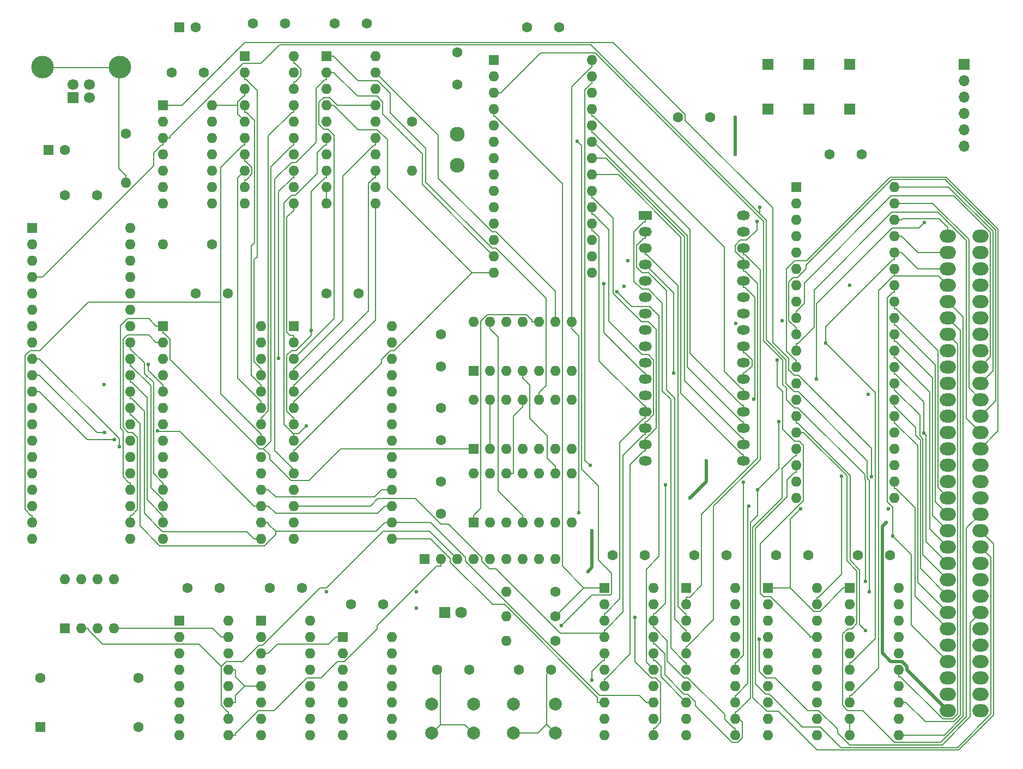
<source format=gbr>
%TF.GenerationSoftware,KiCad,Pcbnew,8.0.2*%
%TF.CreationDate,2025-01-09T14:11:15+01:00*%
%TF.ProjectId,bytecradle-6502-single-board,62797465-6372-4616-946c-652d36353032,rev?*%
%TF.SameCoordinates,Original*%
%TF.FileFunction,Copper,L1,Top*%
%TF.FilePolarity,Positive*%
%FSLAX46Y46*%
G04 Gerber Fmt 4.6, Leading zero omitted, Abs format (unit mm)*
G04 Created by KiCad (PCBNEW 8.0.2) date 2025-01-09 14:11:15*
%MOMM*%
%LPD*%
G01*
G04 APERTURE LIST*
%TA.AperFunction,ComponentPad*%
%ADD10R,1.700000X1.700000*%
%TD*%
%TA.AperFunction,ComponentPad*%
%ADD11C,1.600000*%
%TD*%
%TA.AperFunction,ComponentPad*%
%ADD12R,1.600000X1.600000*%
%TD*%
%TA.AperFunction,ComponentPad*%
%ADD13O,1.600000X1.600000*%
%TD*%
%TA.AperFunction,ComponentPad*%
%ADD14C,2.300000*%
%TD*%
%TA.AperFunction,ComponentPad*%
%ADD15C,2.000000*%
%TD*%
%TA.AperFunction,ComponentPad*%
%ADD16R,1.800000X1.800000*%
%TD*%
%TA.AperFunction,ComponentPad*%
%ADD17C,1.800000*%
%TD*%
%TA.AperFunction,ComponentPad*%
%ADD18R,2.000000X1.440000*%
%TD*%
%TA.AperFunction,ComponentPad*%
%ADD19O,2.000000X1.440000*%
%TD*%
%TA.AperFunction,ComponentPad*%
%ADD20O,1.700000X1.700000*%
%TD*%
%TA.AperFunction,ComponentPad*%
%ADD21C,1.700000*%
%TD*%
%TA.AperFunction,ComponentPad*%
%ADD22C,3.500000*%
%TD*%
%TA.AperFunction,ComponentPad*%
%ADD23O,2.500000X2.000000*%
%TD*%
%TA.AperFunction,ViaPad*%
%ADD24C,0.600000*%
%TD*%
%TA.AperFunction,Conductor*%
%ADD25C,0.500000*%
%TD*%
%TA.AperFunction,Conductor*%
%ADD26C,0.200000*%
%TD*%
G04 APERTURE END LIST*
D10*
%TO.P,TP6,1,1*%
%TO.N,~{IRQ}*%
X152400000Y-57785000D03*
%TD*%
%TO.P,TP5,1,1*%
%TO.N,~{RES}*%
X146050000Y-57785000D03*
%TD*%
%TO.P,TP4,1,1*%
%TO.N,~{NMI}*%
X139700000Y-57785000D03*
%TD*%
D11*
%TO.P,C24,1*%
%TO.N,VCC*%
X52070000Y-52070000D03*
%TO.P,C24,2*%
%TO.N,GND*%
X47070000Y-52070000D03*
%TD*%
D12*
%TO.P,U19,1*%
%TO.N,~{IRQC22}*%
X45720000Y-57150000D03*
D13*
%TO.P,U19,2*%
%TO.N,~{IRQC51}*%
X45720000Y-59690000D03*
%TO.P,U19,3*%
%TO.N,~{IRQ}*%
X45720000Y-62230000D03*
%TO.P,U19,4*%
%TO.N,GND*%
X45720000Y-64770000D03*
%TO.P,U19,5*%
X45720000Y-67310000D03*
%TO.P,U19,6*%
%TO.N,unconnected-(U19-Pad6)*%
X45720000Y-69850000D03*
%TO.P,U19,7,GND*%
%TO.N,GND*%
X45720000Y-72390000D03*
%TO.P,U19,8*%
%TO.N,unconnected-(U19-Pad8)*%
X53340000Y-72390000D03*
%TO.P,U19,9*%
%TO.N,GND*%
X53340000Y-69850000D03*
%TO.P,U19,10*%
X53340000Y-67310000D03*
%TO.P,U19,11*%
%TO.N,unconnected-(U19-Pad11)*%
X53340000Y-64770000D03*
%TO.P,U19,12*%
%TO.N,GND*%
X53340000Y-62230000D03*
%TO.P,U19,13*%
X53340000Y-59690000D03*
%TO.P,U19,14,VCC*%
%TO.N,VCC*%
X53340000Y-57150000D03*
%TD*%
D10*
%TO.P,TP3,1,1*%
%TO.N,GND*%
X152400000Y-50800000D03*
%TD*%
%TO.P,TP2,1,1*%
%TO.N,~{CLK}*%
X146050000Y-50800000D03*
%TD*%
%TO.P,TP1,1,1*%
%TO.N,CLK*%
X139700000Y-50800000D03*
%TD*%
D11*
%TO.P,C23,1*%
%TO.N,~{NMI}*%
X106005000Y-144780000D03*
%TO.P,C23,2*%
%TO.N,GND*%
X101005000Y-144780000D03*
%TD*%
%TO.P,C22,1*%
%TO.N,~{RES}*%
X88305000Y-144780000D03*
%TO.P,C22,2*%
%TO.N,GND*%
X93305000Y-144780000D03*
%TD*%
D12*
%TO.P,U11,1*%
%TO.N,Net-(U8-~{OE})*%
X93980000Y-98425000D03*
D13*
%TO.P,U11,2*%
%TO.N,Net-(U11-Pad2)*%
X96520000Y-98425000D03*
%TO.P,U11,3*%
X99060000Y-98425000D03*
%TO.P,U11,4*%
X101600000Y-98425000D03*
%TO.P,U11,5*%
%TO.N,Net-(U11-Pad5)*%
X104140000Y-98425000D03*
%TO.P,U11,6*%
%TO.N,A14*%
X106680000Y-98425000D03*
%TO.P,U11,7,GND*%
%TO.N,GND*%
X109220000Y-98425000D03*
%TO.P,U11,8*%
%TO.N,R{slash}~{W}*%
X109220000Y-90805000D03*
%TO.P,U11,9*%
%TO.N,Net-(U10-P=R)*%
X106680000Y-90805000D03*
%TO.P,U11,10*%
%TO.N,Net-(U11-Pad10)*%
X104140000Y-90805000D03*
%TO.P,U11,11*%
%TO.N,Net-(U10-P=R)*%
X101600000Y-90805000D03*
%TO.P,U11,12*%
X99060000Y-90805000D03*
%TO.P,U11,13*%
%TO.N,Net-(U11-Pad13)*%
X96520000Y-90805000D03*
%TO.P,U11,14,VCC*%
%TO.N,VCC*%
X93980000Y-90805000D03*
%TD*%
D11*
%TO.P,C5,2*%
%TO.N,GND*%
X125770000Y-59055000D03*
%TO.P,C5,1*%
%TO.N,VCC*%
X130770000Y-59055000D03*
%TD*%
D14*
%TO.P,Y1,2,2*%
%TO.N,Net-(U5-XTAL1)*%
X91445000Y-61635000D03*
%TO.P,Y1,1,1*%
%TO.N,Net-(U5-XTAL2)*%
X91445000Y-66535000D03*
%TD*%
D11*
%TO.P,C7,2*%
%TO.N,GND*%
X49570000Y-132080000D03*
%TO.P,C7,1*%
%TO.N,VCC*%
X54570000Y-132080000D03*
%TD*%
%TO.P,C10,2*%
%TO.N,GND*%
X62310000Y-132080000D03*
%TO.P,C10,1*%
%TO.N,VCC*%
X67310000Y-132080000D03*
%TD*%
D13*
%TO.P,R5,2*%
%TO.N,VCC*%
X99060000Y-136525000D03*
D11*
%TO.P,R5,1*%
%TO.N,~{RES}*%
X106680000Y-136525000D03*
%TD*%
%TO.P,C20,1*%
%TO.N,VCC*%
X88900000Y-104180000D03*
%TO.P,C20,2*%
%TO.N,GND*%
X88900000Y-109180000D03*
%TD*%
%TO.P,C16,2*%
%TO.N,GND*%
X88900000Y-97750000D03*
%TO.P,C16,1*%
%TO.N,VCC*%
X88900000Y-92750000D03*
%TD*%
%TO.P,C13,2*%
%TO.N,GND*%
X141010000Y-127000000D03*
%TO.P,C13,1*%
%TO.N,VCC*%
X146010000Y-127000000D03*
%TD*%
D13*
%TO.P,R6,2*%
%TO.N,Net-(D1-K)*%
X99060000Y-132715000D03*
D11*
%TO.P,R6,1*%
%TO.N,GND*%
X106680000Y-132715000D03*
%TD*%
%TO.P,C4,2*%
%TO.N,GND*%
X71160000Y-86360000D03*
%TO.P,C4,1*%
%TO.N,VCC*%
X76160000Y-86360000D03*
%TD*%
%TO.P,C8,2*%
%TO.N,GND*%
X149265000Y-64770000D03*
%TO.P,C8,1*%
%TO.N,VCC*%
X154265000Y-64770000D03*
%TD*%
%TO.P,C17,2*%
%TO.N,GND*%
X74970000Y-134620000D03*
%TO.P,C17,1*%
%TO.N,VCC*%
X79970000Y-134620000D03*
%TD*%
D12*
%TO.P,SW1,1*%
%TO.N,Net-(RN1-R1)*%
X30490000Y-138387500D03*
D13*
%TO.P,SW1,2*%
%TO.N,Net-(RN1-R2)*%
X33030000Y-138387500D03*
%TO.P,SW1,3*%
%TO.N,Net-(RN1-R3)*%
X35570000Y-138387500D03*
%TO.P,SW1,4*%
%TO.N,Net-(RN1-R4)*%
X38110000Y-138387500D03*
%TO.P,SW1,5*%
%TO.N,VCC*%
X38110000Y-130767500D03*
%TO.P,SW1,6*%
X35570000Y-130767500D03*
%TO.P,SW1,7*%
X33030000Y-130767500D03*
%TO.P,SW1,8*%
X30490000Y-130767500D03*
%TD*%
D15*
%TO.P,SW2,1,1*%
%TO.N,GND*%
X87480000Y-150150000D03*
X93980000Y-150150000D03*
%TO.P,SW2,2,2*%
%TO.N,~{RES}*%
X87480000Y-154650000D03*
X93980000Y-154650000D03*
%TD*%
D11*
%TO.P,C6,2*%
%TO.N,GND*%
X59730000Y-44450000D03*
%TO.P,C6,1*%
%TO.N,VCC*%
X64730000Y-44450000D03*
%TD*%
%TO.P,C1,2*%
%TO.N,Net-(U5-XTAL1)*%
X91440000Y-53935000D03*
%TO.P,C1,1*%
%TO.N,GND*%
X91440000Y-48935000D03*
%TD*%
%TO.P,R7,1*%
%TO.N,~{NMI}*%
X106680000Y-140335000D03*
D13*
%TO.P,R7,2*%
%TO.N,VCC*%
X99060000Y-140335000D03*
%TD*%
D16*
%TO.P,D1,1,K*%
%TO.N,Net-(D1-K)*%
X89460000Y-135890000D03*
D17*
%TO.P,D1,2,A*%
%TO.N,VCC*%
X92000000Y-135890000D03*
%TD*%
D12*
%TO.P,U10,1,G*%
%TO.N,~{I{slash}O}*%
X71120000Y-49530000D03*
D13*
%TO.P,U10,2,P0*%
%TO.N,A0*%
X71120000Y-52070000D03*
%TO.P,U10,3,R0*%
%TO.N,GND*%
X71120000Y-54610000D03*
%TO.P,U10,4,P1*%
%TO.N,A1*%
X71120000Y-57150000D03*
%TO.P,U10,5,R1*%
%TO.N,GND*%
X71120000Y-59690000D03*
%TO.P,U10,6,P2*%
%TO.N,A2*%
X71120000Y-62230000D03*
%TO.P,U10,7,R2*%
%TO.N,GND*%
X71120000Y-64770000D03*
%TO.P,U10,8,P3*%
%TO.N,A3*%
X71120000Y-67310000D03*
%TO.P,U10,9,R3*%
%TO.N,GND*%
X71120000Y-69850000D03*
%TO.P,U10,10,GND*%
X71120000Y-72390000D03*
%TO.P,U10,11,P4*%
%TO.N,A4*%
X78740000Y-72390000D03*
%TO.P,U10,12,R4*%
%TO.N,GND*%
X78740000Y-69850000D03*
%TO.P,U10,13,P5*%
%TO.N,A5*%
X78740000Y-67310000D03*
%TO.P,U10,14,R5*%
%TO.N,GND*%
X78740000Y-64770000D03*
%TO.P,U10,15,P6*%
%TO.N,A6*%
X78740000Y-62230000D03*
%TO.P,U10,16,R6*%
%TO.N,GND*%
X78740000Y-59690000D03*
%TO.P,U10,17,P7*%
%TO.N,A7*%
X78740000Y-57150000D03*
%TO.P,U10,18,R7*%
%TO.N,GND*%
X78740000Y-54610000D03*
%TO.P,U10,19,P=R*%
%TO.N,Net-(U10-P=R)*%
X78740000Y-52070000D03*
%TO.P,U10,20,VCC*%
%TO.N,VCC*%
X78740000Y-49530000D03*
%TD*%
%TO.P,R3,2*%
%TO.N,Net-(U5-XTAL2)*%
X84455000Y-67310000D03*
D11*
%TO.P,R3,1*%
%TO.N,Net-(U5-XTAL1)*%
X84455000Y-59690000D03*
%TD*%
D12*
%TO.P,RN1,1,common*%
%TO.N,GND*%
X86360000Y-127635000D03*
D13*
%TO.P,RN1,2,R1*%
%TO.N,Net-(RN1-R1)*%
X88900000Y-127635000D03*
%TO.P,RN1,3,R2*%
%TO.N,Net-(RN1-R2)*%
X91440000Y-127635000D03*
%TO.P,RN1,4,R3*%
%TO.N,Net-(RN1-R3)*%
X93980000Y-127635000D03*
%TO.P,RN1,5,R4*%
%TO.N,Net-(RN1-R4)*%
X96520000Y-127635000D03*
%TO.P,RN1,6,R5*%
%TO.N,unconnected-(RN1-R5-Pad6)*%
X99060000Y-127635000D03*
%TO.P,RN1,7,R6*%
%TO.N,unconnected-(RN1-R6-Pad7)*%
X101600000Y-127635000D03*
%TO.P,RN1,8,R7*%
%TO.N,unconnected-(RN1-R7-Pad8)*%
X104140000Y-127635000D03*
%TO.P,RN1,9,R8*%
%TO.N,unconnected-(RN1-R8-Pad9)*%
X106680000Y-127635000D03*
%TD*%
D15*
%TO.P,SW3,1,1*%
%TO.N,GND*%
X100180000Y-150150000D03*
X106680000Y-150150000D03*
%TO.P,SW3,2,2*%
%TO.N,~{NMI}*%
X100180000Y-154650000D03*
X106680000Y-154650000D03*
%TD*%
D11*
%TO.P,C14,2*%
%TO.N,GND*%
X88900000Y-120610000D03*
%TO.P,C14,1*%
%TO.N,VCC*%
X88900000Y-115610000D03*
%TD*%
%TO.P,X1,14,Vcc*%
%TO.N,VCC*%
X26670000Y-146050000D03*
%TO.P,X1,8,OUT*%
%TO.N,Net-(U14-DOWN)*%
X41910000Y-146050000D03*
%TO.P,X1,7,GND*%
%TO.N,GND*%
X41910000Y-153670000D03*
D12*
%TO.P,X1,1,EN*%
%TO.N,unconnected-(X1-EN-Pad1)*%
X26670000Y-153670000D03*
%TD*%
D11*
%TO.P,C21,1*%
%TO.N,VCC*%
X107275000Y-45075000D03*
%TO.P,C21,2*%
%TO.N,GND*%
X102275000Y-45075000D03*
%TD*%
%TO.P,C3,2*%
%TO.N,GND*%
X50840000Y-86350000D03*
%TO.P,C3,1*%
%TO.N,VCC*%
X55840000Y-86350000D03*
%TD*%
D13*
%TO.P,R4,2*%
%TO.N,Net-(J2-Shield)*%
X40005000Y-69215000D03*
D11*
%TO.P,R4,1*%
%TO.N,GND*%
X40005000Y-61595000D03*
%TD*%
%TO.P,C15,2*%
%TO.N,GND*%
X72430000Y-44450000D03*
%TO.P,C15,1*%
%TO.N,VCC*%
X77430000Y-44450000D03*
%TD*%
D12*
%TO.P,U12,1,G*%
%TO.N,~{I{slash}O}*%
X152440000Y-132080000D03*
D13*
%TO.P,U12,2,P0*%
%TO.N,GND*%
X152440000Y-134620000D03*
%TO.P,U12,3,R0*%
X152440000Y-137160000D03*
%TO.P,U12,4,P1*%
X152440000Y-139700000D03*
%TO.P,U12,5,R1*%
X152440000Y-142240000D03*
%TO.P,U12,6,P2*%
%TO.N,A2*%
X152440000Y-144780000D03*
%TO.P,U12,7,R2*%
%TO.N,VCC*%
X152440000Y-147320000D03*
%TO.P,U12,8,P3*%
%TO.N,A3*%
X152440000Y-149860000D03*
%TO.P,U12,9,R3*%
%TO.N,GND*%
X152440000Y-152400000D03*
%TO.P,U12,10,GND*%
X152440000Y-154940000D03*
%TO.P,U12,11,P4*%
%TO.N,A4*%
X160060000Y-154940000D03*
%TO.P,U12,12,R4*%
%TO.N,GND*%
X160060000Y-152400000D03*
%TO.P,U12,13,P5*%
%TO.N,A5*%
X160060000Y-149860000D03*
%TO.P,U12,14,R5*%
%TO.N,GND*%
X160060000Y-147320000D03*
%TO.P,U12,15,P6*%
%TO.N,A6*%
X160060000Y-144780000D03*
%TO.P,U12,16,R6*%
%TO.N,GND*%
X160060000Y-142240000D03*
%TO.P,U12,17,P7*%
%TO.N,A7*%
X160060000Y-139700000D03*
%TO.P,U12,18,R7*%
%TO.N,GND*%
X160060000Y-137160000D03*
%TO.P,U12,19,P=R*%
%TO.N,Net-(U12-P=R)*%
X160060000Y-134620000D03*
%TO.P,U12,20,VCC*%
%TO.N,VCC*%
X160060000Y-132080000D03*
%TD*%
%TO.P,R1,2*%
%TO.N,Net-(U1-RDY)*%
X45720000Y-78740000D03*
D11*
%TO.P,R1,1*%
%TO.N,VCC*%
X53340000Y-78740000D03*
%TD*%
%TO.P,C9,2*%
%TO.N,GND*%
X153710000Y-127000000D03*
%TO.P,C9,1*%
%TO.N,VCC*%
X158710000Y-127000000D03*
%TD*%
%TO.P,C2,1*%
%TO.N,VCC*%
X30520000Y-71120000D03*
%TO.P,C2,2*%
%TO.N,GND*%
X35520000Y-71120000D03*
%TD*%
D12*
%TO.P,U18,1*%
%TO.N,Net-(U11-Pad10)*%
X93980000Y-121920000D03*
D13*
%TO.P,U18,2*%
%TO.N,CLK*%
X96520000Y-121920000D03*
%TO.P,U18,3*%
%TO.N,Net-(U3-Cp)*%
X99060000Y-121920000D03*
%TO.P,U18,4*%
%TO.N,Net-(U11-Pad13)*%
X101600000Y-121920000D03*
%TO.P,U18,5*%
%TO.N,R{slash}~{W}*%
X104140000Y-121920000D03*
%TO.P,U18,6*%
%TO.N,Net-(U9-CE)*%
X106680000Y-121920000D03*
%TO.P,U18,7,GND*%
%TO.N,GND*%
X109220000Y-121920000D03*
%TO.P,U18,8*%
%TO.N,Net-(U8-~{CS})*%
X109220000Y-114300000D03*
%TO.P,U18,9*%
%TO.N,Net-(U11-Pad2)*%
X106680000Y-114300000D03*
%TO.P,U18,10*%
%TO.N,CLK*%
X104140000Y-114300000D03*
%TO.P,U18,11*%
%TO.N,Net-(U7-~{CS})*%
X101600000Y-114300000D03*
%TO.P,U18,12*%
%TO.N,Net-(U18-Pad12)*%
X99060000Y-114300000D03*
%TO.P,U18,13*%
%TO.N,CLK*%
X96520000Y-114300000D03*
%TO.P,U18,14,VCC*%
%TO.N,VCC*%
X93980000Y-114300000D03*
%TD*%
D12*
%TO.P,U17,1,G*%
%TO.N,~{I{slash}O}*%
X139700000Y-132080000D03*
D13*
%TO.P,U17,2,P0*%
%TO.N,GND*%
X139700000Y-134620000D03*
%TO.P,U17,3,R0*%
X139700000Y-137160000D03*
%TO.P,U17,4,P1*%
X139700000Y-139700000D03*
%TO.P,U17,5,R1*%
X139700000Y-142240000D03*
%TO.P,U17,6,P2*%
X139700000Y-144780000D03*
%TO.P,U17,7,R2*%
X139700000Y-147320000D03*
%TO.P,U17,8,P3*%
X139700000Y-149860000D03*
%TO.P,U17,9,R3*%
X139700000Y-152400000D03*
%TO.P,U17,10,GND*%
X139700000Y-154940000D03*
%TO.P,U17,11,P4*%
%TO.N,A4*%
X147320000Y-154940000D03*
%TO.P,U17,12,R4*%
%TO.N,VCC*%
X147320000Y-152400000D03*
%TO.P,U17,13,P5*%
%TO.N,A5*%
X147320000Y-149860000D03*
%TO.P,U17,14,R5*%
%TO.N,GND*%
X147320000Y-147320000D03*
%TO.P,U17,15,P6*%
%TO.N,A6*%
X147320000Y-144780000D03*
%TO.P,U17,16,R6*%
%TO.N,GND*%
X147320000Y-142240000D03*
%TO.P,U17,17,P7*%
%TO.N,A7*%
X147320000Y-139700000D03*
%TO.P,U17,18,R7*%
%TO.N,GND*%
X147320000Y-137160000D03*
%TO.P,U17,19,P=R*%
%TO.N,Net-(U13-~{CS2})*%
X147320000Y-134620000D03*
%TO.P,U17,20,VCC*%
%TO.N,VCC*%
X147320000Y-132080000D03*
%TD*%
D12*
%TO.P,U16,1*%
%TO.N,Net-(U15-QA)*%
X73660000Y-139700000D03*
D13*
%TO.P,U16,2*%
%TO.N,Net-(U16-Pad2)*%
X73660000Y-142240000D03*
%TO.P,U16,3*%
X73660000Y-144780000D03*
%TO.P,U16,4*%
%TO.N,CLK*%
X73660000Y-147320000D03*
%TO.P,U16,5*%
X73660000Y-149860000D03*
%TO.P,U16,6*%
%TO.N,~{CLK}*%
X73660000Y-152400000D03*
%TO.P,U16,7,GND*%
%TO.N,GND*%
X73660000Y-154940000D03*
%TO.P,U16,8*%
%TO.N,unconnected-(U16-Pad8)*%
X81280000Y-154940000D03*
%TO.P,U16,9*%
%TO.N,GND*%
X81280000Y-152400000D03*
%TO.P,U16,10*%
%TO.N,unconnected-(U16-Pad10)*%
X81280000Y-149860000D03*
%TO.P,U16,11*%
%TO.N,GND*%
X81280000Y-147320000D03*
%TO.P,U16,12*%
%TO.N,unconnected-(U16-Pad12)*%
X81280000Y-144780000D03*
%TO.P,U16,13*%
%TO.N,GND*%
X81280000Y-142240000D03*
%TO.P,U16,14,VCC*%
%TO.N,VCC*%
X81280000Y-139700000D03*
%TD*%
D12*
%TO.P,U15,1,B*%
%TO.N,unconnected-(U15-B-Pad1)*%
X60960000Y-137160000D03*
D13*
%TO.P,U15,2,QB*%
%TO.N,unconnected-(U15-QB-Pad2)*%
X60960000Y-139700000D03*
%TO.P,U15,3,QA*%
%TO.N,Net-(U15-QA)*%
X60960000Y-142240000D03*
%TO.P,U15,4,DOWN*%
%TO.N,VCC*%
X60960000Y-144780000D03*
%TO.P,U15,5,UP*%
%TO.N,Net-(U14-~{BO})*%
X60960000Y-147320000D03*
%TO.P,U15,6,QC*%
%TO.N,unconnected-(U15-QC-Pad6)*%
X60960000Y-149860000D03*
%TO.P,U15,7,QD*%
%TO.N,unconnected-(U15-QD-Pad7)*%
X60960000Y-152400000D03*
%TO.P,U15,8,GND*%
%TO.N,GND*%
X60960000Y-154940000D03*
%TO.P,U15,9,D*%
%TO.N,unconnected-(U15-D-Pad9)*%
X68580000Y-154940000D03*
%TO.P,U15,10,C*%
%TO.N,unconnected-(U15-C-Pad10)*%
X68580000Y-152400000D03*
%TO.P,U15,11,~{LOAD}*%
%TO.N,VCC*%
X68580000Y-149860000D03*
%TO.P,U15,12,~{CO}*%
%TO.N,unconnected-(U15-~{CO}-Pad12)*%
X68580000Y-147320000D03*
%TO.P,U15,13,~{BO}*%
%TO.N,unconnected-(U15-~{BO}-Pad13)*%
X68580000Y-144780000D03*
%TO.P,U15,14,CLR*%
%TO.N,GND*%
X68580000Y-142240000D03*
%TO.P,U15,15,A*%
%TO.N,unconnected-(U15-A-Pad15)*%
X68580000Y-139700000D03*
%TO.P,U15,16,VCC*%
%TO.N,VCC*%
X68580000Y-137160000D03*
%TD*%
D12*
%TO.P,U14,1,B*%
%TO.N,Net-(RN1-R3)*%
X48260000Y-137160000D03*
D13*
%TO.P,U14,2,QB*%
%TO.N,unconnected-(U14-QB-Pad2)*%
X48260000Y-139700000D03*
%TO.P,U14,3,QA*%
%TO.N,unconnected-(U14-QA-Pad3)*%
X48260000Y-142240000D03*
%TO.P,U14,4,DOWN*%
%TO.N,Net-(U14-DOWN)*%
X48260000Y-144780000D03*
%TO.P,U14,5,UP*%
%TO.N,VCC*%
X48260000Y-147320000D03*
%TO.P,U14,6,QC*%
%TO.N,unconnected-(U14-QC-Pad6)*%
X48260000Y-149860000D03*
%TO.P,U14,7,QD*%
%TO.N,unconnected-(U14-QD-Pad7)*%
X48260000Y-152400000D03*
%TO.P,U14,8,GND*%
%TO.N,GND*%
X48260000Y-154940000D03*
%TO.P,U14,9,D*%
%TO.N,Net-(RN1-R1)*%
X55880000Y-154940000D03*
%TO.P,U14,10,C*%
%TO.N,Net-(RN1-R2)*%
X55880000Y-152400000D03*
%TO.P,U14,11,~{LOAD}*%
%TO.N,Net-(U14-~{BO})*%
X55880000Y-149860000D03*
%TO.P,U14,12,~{CO}*%
%TO.N,unconnected-(U14-~{CO}-Pad12)*%
X55880000Y-147320000D03*
%TO.P,U14,13,~{BO}*%
%TO.N,Net-(U14-~{BO})*%
X55880000Y-144780000D03*
%TO.P,U14,14,CLR*%
%TO.N,GND*%
X55880000Y-142240000D03*
%TO.P,U14,15,A*%
%TO.N,Net-(RN1-R4)*%
X55880000Y-139700000D03*
%TO.P,U14,16,VCC*%
%TO.N,VCC*%
X55880000Y-137160000D03*
%TD*%
D12*
%TO.P,U13,1,VSS*%
%TO.N,GND*%
X144105000Y-69850000D03*
D13*
%TO.P,U13,2,PA0*%
%TO.N,PA0*%
X144105000Y-72390000D03*
%TO.P,U13,3,PA1*%
%TO.N,PA1*%
X144105000Y-74930000D03*
%TO.P,U13,4,PA2*%
%TO.N,PA2*%
X144105000Y-77470000D03*
%TO.P,U13,5,PA3*%
%TO.N,PA3*%
X144105000Y-80010000D03*
%TO.P,U13,6,PA4*%
%TO.N,PA4*%
X144105000Y-82550000D03*
%TO.P,U13,7,PA5*%
%TO.N,PA5*%
X144105000Y-85090000D03*
%TO.P,U13,8,PA6*%
%TO.N,PA6*%
X144105000Y-87630000D03*
%TO.P,U13,9,PA7*%
%TO.N,PA7*%
X144105000Y-90170000D03*
%TO.P,U13,10,PB0*%
%TO.N,PB0*%
X144105000Y-92710000D03*
%TO.P,U13,11,PB1*%
%TO.N,PB1*%
X144105000Y-95250000D03*
%TO.P,U13,12,PB2*%
%TO.N,PB2*%
X144105000Y-97790000D03*
%TO.P,U13,13,PB3*%
%TO.N,PB3*%
X144105000Y-100330000D03*
%TO.P,U13,14,PB4*%
%TO.N,PB4*%
X144105000Y-102870000D03*
%TO.P,U13,15,PB5*%
%TO.N,PB5*%
X144105000Y-105410000D03*
%TO.P,U13,16,PB6*%
%TO.N,PB6*%
X144105000Y-107950000D03*
%TO.P,U13,17,PB7*%
%TO.N,PB7*%
X144105000Y-110490000D03*
%TO.P,U13,18,CB1*%
%TO.N,CB1*%
X144105000Y-113030000D03*
%TO.P,U13,19,CB2*%
%TO.N,CB2*%
X144105000Y-115570000D03*
%TO.P,U13,20,VCC*%
%TO.N,VCC*%
X144105000Y-118110000D03*
%TO.P,U13,21,~{IRQ}*%
%TO.N,~{IRQC22}*%
X159345000Y-118110000D03*
%TO.P,U13,22,R/~{W}*%
%TO.N,R{slash}~{W}*%
X159345000Y-115570000D03*
%TO.P,U13,23,~{CS2}*%
%TO.N,Net-(U13-~{CS2})*%
X159345000Y-113030000D03*
%TO.P,U13,24,CS1*%
%TO.N,VCC*%
X159345000Y-110490000D03*
%TO.P,U13,25,\u03D52*%
%TO.N,CLK*%
X159345000Y-107950000D03*
%TO.P,U13,26,D7*%
%TO.N,D7*%
X159345000Y-105410000D03*
%TO.P,U13,27,D6*%
%TO.N,D6*%
X159345000Y-102870000D03*
%TO.P,U13,28,D5*%
%TO.N,D5*%
X159345000Y-100330000D03*
%TO.P,U13,29,D4*%
%TO.N,D4*%
X159345000Y-97790000D03*
%TO.P,U13,30,D3*%
%TO.N,D3*%
X159345000Y-95250000D03*
%TO.P,U13,31,D2*%
%TO.N,D2*%
X159345000Y-92710000D03*
%TO.P,U13,32,D1*%
%TO.N,D1*%
X159345000Y-90170000D03*
%TO.P,U13,33,D0*%
%TO.N,D0*%
X159345000Y-87630000D03*
%TO.P,U13,34,~{RES}*%
%TO.N,~{RES}*%
X159345000Y-85090000D03*
%TO.P,U13,35,RS3*%
%TO.N,A3*%
X159345000Y-82550000D03*
%TO.P,U13,36,RS2*%
%TO.N,A2*%
X159345000Y-80010000D03*
%TO.P,U13,37,RS1*%
%TO.N,A1*%
X159345000Y-77470000D03*
%TO.P,U13,38,RS0*%
%TO.N,A0*%
X159345000Y-74930000D03*
%TO.P,U13,39,CA2*%
%TO.N,CA2*%
X159345000Y-72390000D03*
%TO.P,U13,40,CA1*%
%TO.N,CA1*%
X159345000Y-69850000D03*
%TD*%
D12*
%TO.P,U9,1,A->B*%
%TO.N,VCC*%
X127000000Y-132080000D03*
D13*
%TO.P,U9,2,A0*%
%TO.N,BANK0*%
X127000000Y-134620000D03*
%TO.P,U9,3,A1*%
%TO.N,BANK1*%
X127000000Y-137160000D03*
%TO.P,U9,4,A2*%
%TO.N,BANK2*%
X127000000Y-139700000D03*
%TO.P,U9,5,A3*%
%TO.N,BANK3*%
X127000000Y-142240000D03*
%TO.P,U9,6,A4*%
%TO.N,BANK4*%
X127000000Y-144780000D03*
%TO.P,U9,7,A5*%
%TO.N,RAMBANK*%
X127000000Y-147320000D03*
%TO.P,U9,8,A6*%
%TO.N,REG6*%
X127000000Y-149860000D03*
%TO.P,U9,9,A7*%
%TO.N,REG7*%
X127000000Y-152400000D03*
%TO.P,U9,10,GND*%
%TO.N,GND*%
X127000000Y-154940000D03*
%TO.P,U9,11,B7*%
%TO.N,D7*%
X134620000Y-154940000D03*
%TO.P,U9,12,B6*%
%TO.N,D6*%
X134620000Y-152400000D03*
%TO.P,U9,13,B5*%
%TO.N,D5*%
X134620000Y-149860000D03*
%TO.P,U9,14,B4*%
%TO.N,D4*%
X134620000Y-147320000D03*
%TO.P,U9,15,B3*%
%TO.N,D3*%
X134620000Y-144780000D03*
%TO.P,U9,16,B2*%
%TO.N,D2*%
X134620000Y-142240000D03*
%TO.P,U9,17,B1*%
%TO.N,D1*%
X134620000Y-139700000D03*
%TO.P,U9,18,B0*%
%TO.N,D0*%
X134620000Y-137160000D03*
%TO.P,U9,19,CE*%
%TO.N,Net-(U9-CE)*%
X134620000Y-134620000D03*
%TO.P,U9,20,VCC*%
%TO.N,VCC*%
X134620000Y-132080000D03*
%TD*%
D12*
%TO.P,U8,1,A14*%
%TO.N,RAMBANK*%
X66080000Y-91440000D03*
D13*
%TO.P,U8,2,A12*%
%TO.N,A12*%
X66080000Y-93980000D03*
%TO.P,U8,3,A7*%
%TO.N,A7*%
X66080000Y-96520000D03*
%TO.P,U8,4,A6*%
%TO.N,A6*%
X66080000Y-99060000D03*
%TO.P,U8,5,A5*%
%TO.N,A5*%
X66080000Y-101600000D03*
%TO.P,U8,6,A4*%
%TO.N,A4*%
X66080000Y-104140000D03*
%TO.P,U8,7,A3*%
%TO.N,A3*%
X66080000Y-106680000D03*
%TO.P,U8,8,A2*%
%TO.N,A2*%
X66080000Y-109220000D03*
%TO.P,U8,9,A1*%
%TO.N,A1*%
X66080000Y-111760000D03*
%TO.P,U8,10,A0*%
%TO.N,A0*%
X66080000Y-114300000D03*
%TO.P,U8,11,Q0*%
%TO.N,D0*%
X66080000Y-116840000D03*
%TO.P,U8,12,Q1*%
%TO.N,D1*%
X66080000Y-119380000D03*
%TO.P,U8,13,Q2*%
%TO.N,D2*%
X66080000Y-121920000D03*
%TO.P,U8,14,GND*%
%TO.N,GND*%
X66080000Y-124460000D03*
%TO.P,U8,15,Q3*%
%TO.N,D3*%
X81320000Y-124460000D03*
%TO.P,U8,16,Q4*%
%TO.N,D4*%
X81320000Y-121920000D03*
%TO.P,U8,17,Q5*%
%TO.N,D5*%
X81320000Y-119380000D03*
%TO.P,U8,18,Q6*%
%TO.N,D6*%
X81320000Y-116840000D03*
%TO.P,U8,19,Q7*%
%TO.N,D7*%
X81320000Y-114300000D03*
%TO.P,U8,20,~{CS}*%
%TO.N,Net-(U8-~{CS})*%
X81320000Y-111760000D03*
%TO.P,U8,21,A10*%
%TO.N,A10*%
X81320000Y-109220000D03*
%TO.P,U8,22,~{OE}*%
%TO.N,Net-(U8-~{OE})*%
X81320000Y-106680000D03*
%TO.P,U8,23,A11*%
%TO.N,A11*%
X81320000Y-104140000D03*
%TO.P,U8,24,A9*%
%TO.N,A9*%
X81320000Y-101600000D03*
%TO.P,U8,25,A8*%
%TO.N,A8*%
X81320000Y-99060000D03*
%TO.P,U8,26,A13*%
%TO.N,A13*%
X81320000Y-96520000D03*
%TO.P,U8,27,~{WE}*%
%TO.N,R{slash}~{W}*%
X81320000Y-93980000D03*
%TO.P,U8,28,VCC*%
%TO.N,VCC*%
X81320000Y-91440000D03*
%TD*%
D12*
%TO.P,U7,1,A14*%
%TO.N,A14*%
X45760000Y-91430000D03*
D13*
%TO.P,U7,2,A12*%
%TO.N,A12*%
X45760000Y-93970000D03*
%TO.P,U7,3,A7*%
%TO.N,A7*%
X45760000Y-96510000D03*
%TO.P,U7,4,A6*%
%TO.N,A6*%
X45760000Y-99050000D03*
%TO.P,U7,5,A5*%
%TO.N,A5*%
X45760000Y-101590000D03*
%TO.P,U7,6,A4*%
%TO.N,A4*%
X45760000Y-104130000D03*
%TO.P,U7,7,A3*%
%TO.N,A3*%
X45760000Y-106670000D03*
%TO.P,U7,8,A2*%
%TO.N,A2*%
X45760000Y-109210000D03*
%TO.P,U7,9,A1*%
%TO.N,A1*%
X45760000Y-111750000D03*
%TO.P,U7,10,A0*%
%TO.N,A0*%
X45760000Y-114290000D03*
%TO.P,U7,11,Q0*%
%TO.N,D0*%
X45760000Y-116830000D03*
%TO.P,U7,12,Q1*%
%TO.N,D1*%
X45760000Y-119370000D03*
%TO.P,U7,13,Q2*%
%TO.N,D2*%
X45760000Y-121910000D03*
%TO.P,U7,14,GND*%
%TO.N,GND*%
X45760000Y-124450000D03*
%TO.P,U7,15,Q3*%
%TO.N,D3*%
X61000000Y-124450000D03*
%TO.P,U7,16,Q4*%
%TO.N,D4*%
X61000000Y-121910000D03*
%TO.P,U7,17,Q5*%
%TO.N,D5*%
X61000000Y-119370000D03*
%TO.P,U7,18,Q6*%
%TO.N,D6*%
X61000000Y-116830000D03*
%TO.P,U7,19,Q7*%
%TO.N,D7*%
X61000000Y-114290000D03*
%TO.P,U7,20,~{CS}*%
%TO.N,Net-(U7-~{CS})*%
X61000000Y-111750000D03*
%TO.P,U7,21,A10*%
%TO.N,A10*%
X61000000Y-109210000D03*
%TO.P,U7,22,~{OE}*%
%TO.N,A15*%
X61000000Y-106670000D03*
%TO.P,U7,23,A11*%
%TO.N,A11*%
X61000000Y-104130000D03*
%TO.P,U7,24,A9*%
%TO.N,A9*%
X61000000Y-101590000D03*
%TO.P,U7,25,A8*%
%TO.N,A8*%
X61000000Y-99050000D03*
%TO.P,U7,26,A13*%
%TO.N,A13*%
X61000000Y-96510000D03*
%TO.P,U7,27,~{WE}*%
%TO.N,R{slash}~{W}*%
X61000000Y-93970000D03*
%TO.P,U7,28,VCC*%
%TO.N,VCC*%
X61000000Y-91430000D03*
%TD*%
D12*
%TO.P,U6,1*%
%TO.N,A14*%
X93975000Y-110520000D03*
D13*
%TO.P,U6,2*%
%TO.N,A15*%
X96515000Y-110520000D03*
%TO.P,U6,3*%
%TO.N,Net-(U2-CE)*%
X99055000Y-110520000D03*
%TO.P,U6,4*%
%TO.N,GND*%
X101595000Y-110520000D03*
%TO.P,U6,5*%
X104135000Y-110520000D03*
%TO.P,U6,6*%
%TO.N,unconnected-(U6-Pad6)*%
X106675000Y-110520000D03*
%TO.P,U6,7,GND*%
%TO.N,GND*%
X109215000Y-110520000D03*
%TO.P,U6,8*%
%TO.N,Net-(U11-Pad5)*%
X109215000Y-102900000D03*
%TO.P,U6,9*%
%TO.N,A15*%
X106675000Y-102900000D03*
%TO.P,U6,10*%
%TO.N,~{I{slash}O}*%
X104135000Y-102900000D03*
%TO.P,U6,11*%
%TO.N,Net-(U18-Pad12)*%
X101595000Y-102900000D03*
%TO.P,U6,12*%
%TO.N,A15*%
X99055000Y-102900000D03*
%TO.P,U6,13*%
X96515000Y-102900000D03*
%TO.P,U6,14,VCC*%
%TO.N,VCC*%
X93975000Y-102900000D03*
%TD*%
D12*
%TO.P,U5,1,VSS*%
%TO.N,GND*%
X97155000Y-50165000D03*
D13*
%TO.P,U5,2,CS1*%
%TO.N,VCC*%
X97155000Y-52705000D03*
%TO.P,U5,3,~{CS2}*%
%TO.N,Net-(U12-P=R)*%
X97155000Y-55245000D03*
%TO.P,U5,4,~{RES}*%
%TO.N,~{RES}*%
X97155000Y-57785000D03*
%TO.P,U5,5,RxC*%
%TO.N,unconnected-(U5-RxC-Pad5)*%
X97155000Y-60325000D03*
%TO.P,U5,6,XTAL1*%
%TO.N,Net-(U5-XTAL1)*%
X97155000Y-62865000D03*
%TO.P,U5,7,XTAL2*%
%TO.N,Net-(U5-XTAL2)*%
X97155000Y-65405000D03*
%TO.P,U5,8,~{RTS}*%
%TO.N,~{RTS}*%
X97155000Y-67945000D03*
%TO.P,U5,9,~{CTS}*%
%TO.N,~{CTS}*%
X97155000Y-70485000D03*
%TO.P,U5,10,TxD*%
%TO.N,TxD*%
X97155000Y-73025000D03*
%TO.P,U5,11,~{DTR}*%
%TO.N,unconnected-(U5-~{DTR}-Pad11)*%
X97155000Y-75565000D03*
%TO.P,U5,12,RxD*%
%TO.N,RxD*%
X97155000Y-78105000D03*
%TO.P,U5,13,RS0*%
%TO.N,A0*%
X97155000Y-80645000D03*
%TO.P,U5,14,RS1*%
%TO.N,A1*%
X97155000Y-83185000D03*
%TO.P,U5,15,VCC*%
%TO.N,VCC*%
X112395000Y-83185000D03*
%TO.P,U5,16,~{DCD}*%
%TO.N,GND*%
X112395000Y-80645000D03*
%TO.P,U5,17,~{DSR}*%
X112395000Y-78105000D03*
%TO.P,U5,18,D0*%
%TO.N,D0*%
X112395000Y-75565000D03*
%TO.P,U5,19,D1*%
%TO.N,D1*%
X112395000Y-73025000D03*
%TO.P,U5,20,D2*%
%TO.N,D2*%
X112395000Y-70485000D03*
%TO.P,U5,21,D3*%
%TO.N,D3*%
X112395000Y-67945000D03*
%TO.P,U5,22,D4*%
%TO.N,D4*%
X112395000Y-65405000D03*
%TO.P,U5,23,D5*%
%TO.N,D5*%
X112395000Y-62865000D03*
%TO.P,U5,24,D6*%
%TO.N,D6*%
X112395000Y-60325000D03*
%TO.P,U5,25,D7*%
%TO.N,D7*%
X112395000Y-57785000D03*
%TO.P,U5,26,~{IRQ}*%
%TO.N,~{IRQC51}*%
X112395000Y-55245000D03*
%TO.P,U5,27,\u03D52*%
%TO.N,CLK*%
X112395000Y-52705000D03*
%TO.P,U5,28,R/~{W}*%
%TO.N,R{slash}~{W}*%
X112395000Y-50165000D03*
%TD*%
D12*
%TO.P,U4,1,G*%
%TO.N,GND*%
X58420000Y-49530000D03*
D13*
%TO.P,U4,2,P0*%
%TO.N,A8*%
X58420000Y-52070000D03*
%TO.P,U4,3,R0*%
%TO.N,VCC*%
X58420000Y-54610000D03*
%TO.P,U4,4,P1*%
%TO.N,A9*%
X58420000Y-57150000D03*
%TO.P,U4,5,R1*%
%TO.N,VCC*%
X58420000Y-59690000D03*
%TO.P,U4,6,P2*%
%TO.N,A10*%
X58420000Y-62230000D03*
%TO.P,U4,7,R2*%
%TO.N,VCC*%
X58420000Y-64770000D03*
%TO.P,U4,8,P3*%
%TO.N,A11*%
X58420000Y-67310000D03*
%TO.P,U4,9,R3*%
%TO.N,VCC*%
X58420000Y-69850000D03*
%TO.P,U4,10,GND*%
%TO.N,GND*%
X58420000Y-72390000D03*
%TO.P,U4,11,P4*%
%TO.N,A12*%
X66040000Y-72390000D03*
%TO.P,U4,12,R4*%
%TO.N,VCC*%
X66040000Y-69850000D03*
%TO.P,U4,13,P5*%
%TO.N,A13*%
X66040000Y-67310000D03*
%TO.P,U4,14,R5*%
%TO.N,GND*%
X66040000Y-64770000D03*
%TO.P,U4,15,P6*%
%TO.N,A14*%
X66040000Y-62230000D03*
%TO.P,U4,16,R6*%
%TO.N,GND*%
X66040000Y-59690000D03*
%TO.P,U4,17,P7*%
%TO.N,A15*%
X66040000Y-57150000D03*
%TO.P,U4,18,R7*%
%TO.N,VCC*%
X66040000Y-54610000D03*
%TO.P,U4,19,P=R*%
%TO.N,~{I{slash}O}*%
X66040000Y-52070000D03*
%TO.P,U4,20,VCC*%
%TO.N,VCC*%
X66040000Y-49530000D03*
%TD*%
D12*
%TO.P,U3,1,~{Mr}*%
%TO.N,~{RES}*%
X114300000Y-132080000D03*
D13*
%TO.P,U3,2,Q0*%
%TO.N,BANK0*%
X114300000Y-134620000D03*
%TO.P,U3,3,D0*%
%TO.N,D0*%
X114300000Y-137160000D03*
%TO.P,U3,4,D1*%
%TO.N,D1*%
X114300000Y-139700000D03*
%TO.P,U3,5,Q1*%
%TO.N,BANK1*%
X114300000Y-142240000D03*
%TO.P,U3,6,Q2*%
%TO.N,BANK2*%
X114300000Y-144780000D03*
%TO.P,U3,7,D2*%
%TO.N,D2*%
X114300000Y-147320000D03*
%TO.P,U3,8,D3*%
%TO.N,D3*%
X114300000Y-149860000D03*
%TO.P,U3,9,Q3*%
%TO.N,BANK3*%
X114300000Y-152400000D03*
%TO.P,U3,10,GND*%
%TO.N,GND*%
X114300000Y-154940000D03*
%TO.P,U3,11,Cp*%
%TO.N,Net-(U3-Cp)*%
X121920000Y-154940000D03*
%TO.P,U3,12,Q4*%
%TO.N,BANK4*%
X121920000Y-152400000D03*
%TO.P,U3,13,D4*%
%TO.N,D4*%
X121920000Y-149860000D03*
%TO.P,U3,14,D5*%
%TO.N,D5*%
X121920000Y-147320000D03*
%TO.P,U3,15,Q5*%
%TO.N,RAMBANK*%
X121920000Y-144780000D03*
%TO.P,U3,16,Q6*%
%TO.N,REG6*%
X121920000Y-142240000D03*
%TO.P,U3,17,D6*%
%TO.N,D6*%
X121920000Y-139700000D03*
%TO.P,U3,18,D7*%
%TO.N,D7*%
X121920000Y-137160000D03*
%TO.P,U3,19,Q7*%
%TO.N,REG7*%
X121920000Y-134620000D03*
%TO.P,U3,20,VCC*%
%TO.N,VCC*%
X121920000Y-132080000D03*
%TD*%
D18*
%TO.P,U2,1,A18*%
%TO.N,BANK4*%
X120650000Y-74295000D03*
D19*
%TO.P,U2,2,A16*%
%TO.N,BANK2*%
X120650000Y-76835000D03*
%TO.P,U2,3,A15*%
%TO.N,BANK1*%
X120650000Y-79375000D03*
%TO.P,U2,4,A12*%
%TO.N,A12*%
X120650000Y-81915000D03*
%TO.P,U2,5,A7*%
%TO.N,A7*%
X120650000Y-84455000D03*
%TO.P,U2,6,A6*%
%TO.N,A6*%
X120650000Y-86995000D03*
%TO.P,U2,7,A5*%
%TO.N,A5*%
X120650000Y-89535000D03*
%TO.P,U2,8,A4*%
%TO.N,A4*%
X120650000Y-92075000D03*
%TO.P,U2,9,A3*%
%TO.N,A3*%
X120650000Y-94615000D03*
%TO.P,U2,10,A2*%
%TO.N,A2*%
X120650000Y-97155000D03*
%TO.P,U2,11,A1*%
%TO.N,A1*%
X120650000Y-99695000D03*
%TO.P,U2,12,A0*%
%TO.N,A0*%
X120650000Y-102235000D03*
%TO.P,U2,13,D0*%
%TO.N,D0*%
X120650000Y-104775000D03*
%TO.P,U2,14,D1*%
%TO.N,D1*%
X120650000Y-107315000D03*
%TO.P,U2,15,D2*%
%TO.N,D2*%
X120650000Y-109855000D03*
%TO.P,U2,16,GND*%
%TO.N,GND*%
X120650000Y-112395000D03*
%TO.P,U2,17,D3*%
%TO.N,D3*%
X135890000Y-112395000D03*
%TO.P,U2,18,D4*%
%TO.N,D4*%
X135890000Y-109855000D03*
%TO.P,U2,19,D5*%
%TO.N,D5*%
X135890000Y-107315000D03*
%TO.P,U2,20,D6*%
%TO.N,D6*%
X135890000Y-104775000D03*
%TO.P,U2,21,D7*%
%TO.N,D7*%
X135890000Y-102235000D03*
%TO.P,U2,22,CE*%
%TO.N,Net-(U2-CE)*%
X135890000Y-99695000D03*
%TO.P,U2,23,A10*%
%TO.N,A10*%
X135890000Y-97155000D03*
%TO.P,U2,24,OE*%
%TO.N,Net-(U2-CE)*%
X135890000Y-94615000D03*
%TO.P,U2,25,A11*%
%TO.N,A11*%
X135890000Y-92075000D03*
%TO.P,U2,26,A9*%
%TO.N,A9*%
X135890000Y-89535000D03*
%TO.P,U2,27,A8*%
%TO.N,A8*%
X135890000Y-86995000D03*
%TO.P,U2,28,A13*%
%TO.N,A13*%
X135890000Y-84455000D03*
%TO.P,U2,29,A14*%
%TO.N,BANK0*%
X135890000Y-81915000D03*
%TO.P,U2,30,A17*%
%TO.N,BANK3*%
X135890000Y-79375000D03*
%TO.P,U2,31,PGM*%
%TO.N,VCC*%
X135890000Y-76835000D03*
%TO.P,U2,32,VCC*%
X135890000Y-74295000D03*
%TD*%
D12*
%TO.P,U1,1,~{VP}*%
%TO.N,unconnected-(U1-~{VP}-Pad1)*%
X25400000Y-76200000D03*
D13*
%TO.P,U1,2,RDY*%
%TO.N,Net-(U1-RDY)*%
X25400000Y-78740000D03*
%TO.P,U1,3,\u03D51*%
%TO.N,unconnected-(U1-\u03D51-Pad3)*%
X25400000Y-81280000D03*
%TO.P,U1,4,~{IRQ}*%
%TO.N,~{IRQ}*%
X25400000Y-83820000D03*
%TO.P,U1,5,~{ML}*%
%TO.N,unconnected-(U1-~{ML}-Pad5)*%
X25400000Y-86360000D03*
%TO.P,U1,6,~{NMI}*%
%TO.N,~{NMI}*%
X25400000Y-88900000D03*
%TO.P,U1,7,SYNC*%
%TO.N,unconnected-(U1-SYNC-Pad7)*%
X25400000Y-91440000D03*
%TO.P,U1,8,VDD*%
%TO.N,VCC*%
X25400000Y-93980000D03*
%TO.P,U1,9,A0*%
%TO.N,A0*%
X25400000Y-96520000D03*
%TO.P,U1,10,A1*%
%TO.N,A1*%
X25400000Y-99060000D03*
%TO.P,U1,11,A2*%
%TO.N,A2*%
X25400000Y-101600000D03*
%TO.P,U1,12,A3*%
%TO.N,A3*%
X25400000Y-104140000D03*
%TO.P,U1,13,A4*%
%TO.N,A4*%
X25400000Y-106680000D03*
%TO.P,U1,14,A5*%
%TO.N,A5*%
X25400000Y-109220000D03*
%TO.P,U1,15,A6*%
%TO.N,A6*%
X25400000Y-111760000D03*
%TO.P,U1,16,A7*%
%TO.N,A7*%
X25400000Y-114300000D03*
%TO.P,U1,17,A8*%
%TO.N,A8*%
X25400000Y-116840000D03*
%TO.P,U1,18,A9*%
%TO.N,A9*%
X25400000Y-119380000D03*
%TO.P,U1,19,A10*%
%TO.N,A10*%
X25400000Y-121920000D03*
%TO.P,U1,20,A11*%
%TO.N,A11*%
X25400000Y-124460000D03*
%TO.P,U1,21,VSS*%
%TO.N,GND*%
X40640000Y-124460000D03*
%TO.P,U1,22,A12*%
%TO.N,A12*%
X40640000Y-121920000D03*
%TO.P,U1,23,A13*%
%TO.N,A13*%
X40640000Y-119380000D03*
%TO.P,U1,24,A14*%
%TO.N,A14*%
X40640000Y-116840000D03*
%TO.P,U1,25,A15*%
%TO.N,A15*%
X40640000Y-114300000D03*
%TO.P,U1,26,D7*%
%TO.N,D7*%
X40640000Y-111760000D03*
%TO.P,U1,27,D6*%
%TO.N,D6*%
X40640000Y-109220000D03*
%TO.P,U1,28,D5*%
%TO.N,D5*%
X40640000Y-106680000D03*
%TO.P,U1,29,D4*%
%TO.N,D4*%
X40640000Y-104140000D03*
%TO.P,U1,30,D3*%
%TO.N,D3*%
X40640000Y-101600000D03*
%TO.P,U1,31,D2*%
%TO.N,D2*%
X40640000Y-99060000D03*
%TO.P,U1,32,D1*%
%TO.N,D1*%
X40640000Y-96520000D03*
%TO.P,U1,33,D0*%
%TO.N,D0*%
X40640000Y-93980000D03*
%TO.P,U1,34,R/~{W}*%
%TO.N,R{slash}~{W}*%
X40640000Y-91440000D03*
%TO.P,U1,35,nc*%
%TO.N,unconnected-(U1-nc-Pad35)*%
X40640000Y-88900000D03*
%TO.P,U1,36,BE*%
%TO.N,VCC*%
X40640000Y-86360000D03*
%TO.P,U1,37,\u03D50*%
%TO.N,CLK*%
X40640000Y-83820000D03*
%TO.P,U1,38,~{SO}*%
%TO.N,unconnected-(U1-~{SO}-Pad38)*%
X40640000Y-81280000D03*
%TO.P,U1,39,\u03D52*%
%TO.N,unconnected-(U1-\u03D52-Pad39)*%
X40640000Y-78740000D03*
%TO.P,U1,40,~{RES}*%
%TO.N,~{RES}*%
X40640000Y-76200000D03*
%TD*%
D10*
%TO.P,J3,1,Pin_1*%
%TO.N,~{RTS}*%
X170180000Y-50810000D03*
D20*
%TO.P,J3,2,Pin_2*%
%TO.N,TxD*%
X170180000Y-53350000D03*
%TO.P,J3,3,Pin_3*%
%TO.N,RxD*%
X170180000Y-55890000D03*
%TO.P,J3,4,Pin_4*%
%TO.N,VCC*%
X170180000Y-58430000D03*
%TO.P,J3,5,Pin_5*%
%TO.N,~{CTS}*%
X170180000Y-60970000D03*
%TO.P,J3,6,Pin_6*%
%TO.N,GND*%
X170180000Y-63510000D03*
%TD*%
D10*
%TO.P,J2,1,VBUS*%
%TO.N,VCC*%
X31770000Y-55975000D03*
D21*
%TO.P,J2,2,D-*%
%TO.N,unconnected-(J2-D--Pad2)*%
X34270000Y-55975000D03*
%TO.P,J2,3,D+*%
%TO.N,unconnected-(J2-D+-Pad3)*%
X34270000Y-53975000D03*
%TO.P,J2,4,GND*%
%TO.N,GND*%
X31770000Y-53975000D03*
D22*
%TO.P,J2,5,Shield*%
%TO.N,Net-(J2-Shield)*%
X27000000Y-51265000D03*
X39040000Y-51265000D03*
%TD*%
D23*
%TO.P,J1,1,Pin_1*%
%TO.N,A0*%
X167640000Y-77470000D03*
%TO.P,J1,2,Pin_2*%
%TO.N,A1*%
X167640000Y-80010000D03*
%TO.P,J1,3,Pin_3*%
%TO.N,A2*%
X167640000Y-82550000D03*
%TO.P,J1,4,Pin_4*%
%TO.N,A3*%
X167640000Y-85090000D03*
%TO.P,J1,5,Pin_5*%
%TO.N,A4*%
X167640000Y-87630000D03*
%TO.P,J1,6,Pin_6*%
%TO.N,A5*%
X167640000Y-90170000D03*
%TO.P,J1,7,Pin_7*%
%TO.N,A6*%
X167640000Y-92710000D03*
%TO.P,J1,8,Pin_8*%
%TO.N,A7*%
X167640000Y-95250000D03*
%TO.P,J1,9,Pin_9*%
%TO.N,A8*%
X167640000Y-97790000D03*
%TO.P,J1,10,Pin_10*%
%TO.N,A9*%
X167640000Y-100330000D03*
%TO.P,J1,11,Pin_11*%
%TO.N,A10*%
X167640000Y-102870000D03*
%TO.P,J1,12,Pin_12*%
%TO.N,A11*%
X167640000Y-105410000D03*
%TO.P,J1,13,Pin_13*%
%TO.N,A12*%
X167640000Y-107950000D03*
%TO.P,J1,14,Pin_14*%
%TO.N,A13*%
X167640000Y-110490000D03*
%TO.P,J1,15,Pin_15*%
%TO.N,A14*%
X167640000Y-113030000D03*
%TO.P,J1,16,Pin_16*%
%TO.N,A15*%
X167640000Y-115570000D03*
%TO.P,J1,17,Pin_17*%
%TO.N,D0*%
X167640000Y-118110000D03*
%TO.P,J1,18,Pin_18*%
%TO.N,D1*%
X167640000Y-120650000D03*
%TO.P,J1,19,Pin_19*%
%TO.N,D2*%
X167640000Y-123190000D03*
%TO.P,J1,20,Pin_20*%
%TO.N,D3*%
X167640000Y-125730000D03*
%TO.P,J1,21,Pin_21*%
%TO.N,D4*%
X167640000Y-128270000D03*
%TO.P,J1,22,Pin_22*%
%TO.N,D5*%
X167640000Y-130810000D03*
%TO.P,J1,23,Pin_23*%
%TO.N,D6*%
X167640000Y-133350000D03*
%TO.P,J1,24,Pin_24*%
%TO.N,D7*%
X167640000Y-135890000D03*
%TO.P,J1,25,Pin_25*%
%TO.N,R{slash}~{W}*%
X167640000Y-138430000D03*
%TO.P,J1,26,Pin_26*%
%TO.N,CLK*%
X167640000Y-140970000D03*
%TO.P,J1,27,Pin_27*%
%TO.N,~{RES}*%
X167640000Y-143510000D03*
%TO.P,J1,28,Pin_28*%
%TO.N,~{IRQ}*%
X167640000Y-146050000D03*
%TO.P,J1,29,Pin_29*%
%TO.N,~{I{slash}O}*%
X167640000Y-148590000D03*
%TO.P,J1,30,Pin_30*%
%TO.N,~{NMI}*%
X167640000Y-151130000D03*
%TO.P,J1,31,Pin_31*%
%TO.N,GND*%
X172720000Y-151130000D03*
%TO.P,J1,32,Pin_32*%
%TO.N,REG7*%
X172720000Y-148590000D03*
%TO.P,J1,33,Pin_33*%
%TO.N,REG6*%
X172720000Y-146050000D03*
%TO.P,J1,34,Pin_34*%
%TO.N,RAMBANK*%
X172720000Y-143510000D03*
%TO.P,J1,35,Pin_35*%
%TO.N,BANK4*%
X172720000Y-140970000D03*
%TO.P,J1,36,Pin_36*%
%TO.N,BANK3*%
X172720000Y-138430000D03*
%TO.P,J1,37,Pin_37*%
%TO.N,BANK2*%
X172720000Y-135890000D03*
%TO.P,J1,38,Pin_38*%
%TO.N,BANK1*%
X172720000Y-133350000D03*
%TO.P,J1,39,Pin_39*%
%TO.N,BANK0*%
X172720000Y-130810000D03*
%TO.P,J1,40,Pin_40*%
%TO.N,CB2*%
X172720000Y-128270000D03*
%TO.P,J1,41,Pin_41*%
%TO.N,CB1*%
X172720000Y-125730000D03*
%TO.P,J1,42,Pin_42*%
%TO.N,PB7*%
X172720000Y-123190000D03*
%TO.P,J1,43,Pin_43*%
%TO.N,PB6*%
X172720000Y-120650000D03*
%TO.P,J1,44,Pin_44*%
%TO.N,PB5*%
X172720000Y-118110000D03*
%TO.P,J1,45,Pin_45*%
%TO.N,PB4*%
X172720000Y-115570000D03*
%TO.P,J1,46,Pin_46*%
%TO.N,PB3*%
X172720000Y-113030000D03*
%TO.P,J1,47,Pin_47*%
%TO.N,PB2*%
X172720000Y-110490000D03*
%TO.P,J1,48,Pin_48*%
%TO.N,PB1*%
X172720000Y-107950000D03*
%TO.P,J1,49,Pin_49*%
%TO.N,PB0*%
X172720000Y-105410000D03*
%TO.P,J1,50,Pin_50*%
%TO.N,CA2*%
X172720000Y-102870000D03*
%TO.P,J1,51,Pin_51*%
%TO.N,CA1*%
X172720000Y-100330000D03*
%TO.P,J1,52,Pin_52*%
%TO.N,PA7*%
X172720000Y-97790000D03*
%TO.P,J1,53,Pin_53*%
%TO.N,PA6*%
X172720000Y-95250000D03*
%TO.P,J1,54,Pin_54*%
%TO.N,PA5*%
X172720000Y-92710000D03*
%TO.P,J1,55,Pin_55*%
%TO.N,PA4*%
X172720000Y-90170000D03*
%TO.P,J1,56,Pin_56*%
%TO.N,PA3*%
X172720000Y-87630000D03*
%TO.P,J1,57,Pin_57*%
%TO.N,PA2*%
X172720000Y-85090000D03*
%TO.P,J1,58,Pin_58*%
%TO.N,PA1*%
X172720000Y-82550000D03*
%TO.P,J1,59,Pin_59*%
%TO.N,PA0*%
X172720000Y-80010000D03*
%TO.P,J1,60,Pin_60*%
%TO.N,VCC*%
X172720000Y-77470000D03*
%TD*%
D12*
%TO.P,C19,1*%
%TO.N,VCC*%
X48300000Y-45085000D03*
D11*
%TO.P,C19,2*%
%TO.N,GND*%
X50800000Y-45085000D03*
%TD*%
D12*
%TO.P,C18,1*%
%TO.N,VCC*%
X27980000Y-64135000D03*
D11*
%TO.P,C18,2*%
%TO.N,GND*%
X30480000Y-64135000D03*
%TD*%
%TO.P,C12,1*%
%TO.N,VCC*%
X133310000Y-127000000D03*
%TO.P,C12,2*%
%TO.N,GND*%
X128310000Y-127000000D03*
%TD*%
%TO.P,C11,1*%
%TO.N,VCC*%
X120610000Y-127000000D03*
%TO.P,C11,2*%
%TO.N,GND*%
X115610000Y-127000000D03*
%TD*%
D24*
%TO.N,~{NMI}*%
X129540000Y-116205000D03*
X158115000Y-121920000D03*
%TO.N,~{IRQ}*%
X138430000Y-73025000D03*
%TO.N,~{RES}*%
X152400000Y-85090000D03*
%TO.N,~{NMI}*%
X111760000Y-129540000D03*
X112395000Y-123190000D03*
X127635000Y-118110000D03*
X130175000Y-112395000D03*
X134620000Y-64770000D03*
X134620000Y-59055000D03*
%TO.N,~{IRQC22}*%
X155787600Y-114877300D03*
%TO.N,~{CLK}*%
X110031500Y-62750700D03*
X107585400Y-137991700D03*
%TO.N,Net-(U13-~{CS2})*%
X151108600Y-114757700D03*
%TO.N,PB3*%
X163985600Y-75395200D03*
X147262600Y-99675200D03*
%TO.N,PB5*%
X154863200Y-138722900D03*
%TO.N,CB2*%
X158452700Y-119834400D03*
%TO.N,PB4*%
X155253300Y-102058900D03*
%TO.N,Net-(U12-P=R)*%
X154856100Y-131106200D03*
%TO.N,~{I{slash}O}*%
X144797600Y-119839500D03*
%TO.N,Net-(U3-Cp)*%
X119061400Y-136698500D03*
%TO.N,RAMBANK*%
X116279800Y-86141300D03*
%TO.N,BANK1*%
X112349400Y-146439300D03*
%TO.N,BANK0*%
X137990900Y-75228400D03*
%TO.N,BANK2*%
X138380400Y-140031700D03*
%TO.N,D4*%
X163889000Y-108081400D03*
%TO.N,R{slash}~{W}*%
X110320100Y-120450200D03*
%TO.N,A3*%
X117366600Y-85253000D03*
X68737100Y-92158000D03*
%TO.N,D5*%
X44846400Y-107729800D03*
X136760700Y-119380000D03*
%TO.N,A7*%
X141131800Y-96743700D03*
%TO.N,D3*%
X135890000Y-115690200D03*
%TO.N,CLK*%
X71120000Y-132715000D03*
X85090000Y-132715000D03*
X85090000Y-135255000D03*
X112085400Y-113050000D03*
%TO.N,A1*%
X114217300Y-84892800D03*
X36694900Y-108018300D03*
%TO.N,A13*%
X63718200Y-96482400D03*
X137477700Y-102827200D03*
%TO.N,A4*%
X36616200Y-100499800D03*
X134698400Y-91010700D03*
%TO.N,A2*%
X67957400Y-107003400D03*
X38217800Y-109090200D03*
X148682900Y-94121500D03*
%TO.N,D6*%
X141385700Y-106290400D03*
X138094000Y-116840000D03*
%TO.N,A0*%
X117941400Y-81306500D03*
X38929800Y-110173900D03*
%TO.N,D7*%
X123759500Y-116081100D03*
%TO.N,A12*%
X125039200Y-98733000D03*
%TO.N,A5*%
X43438200Y-97403000D03*
X141936000Y-90625500D03*
%TO.N,~{RES}*%
X159054100Y-124040200D03*
%TO.N,~{IRQ}*%
X155456200Y-132688400D03*
%TD*%
D25*
%TO.N,~{NMI}*%
X129540000Y-116205000D02*
X127635000Y-118110000D01*
X130175000Y-115570000D02*
X129540000Y-116205000D01*
X157460000Y-122575000D02*
X158115000Y-121920000D01*
X160557767Y-143510000D02*
X158750000Y-143510000D01*
X161310000Y-144262233D02*
X160557767Y-143510000D01*
X158750000Y-143510000D02*
X157460000Y-142220000D01*
X161310000Y-144800000D02*
X161310000Y-144262233D01*
X167640000Y-151130000D02*
X161310000Y-144800000D01*
X157460000Y-142220000D02*
X157460000Y-122575000D01*
D26*
%TO.N,~{IRQ}*%
X138430000Y-74040700D02*
X138430000Y-73025000D01*
X139415500Y-75026200D02*
X138430000Y-74040700D01*
%TO.N,~{IRQC22}*%
X155787600Y-110410500D02*
X155787600Y-114877300D01*
X143775500Y-99060000D02*
X144437100Y-99060000D01*
X142932300Y-98216800D02*
X143775500Y-99060000D01*
X142932300Y-96481000D02*
X142932300Y-98216800D01*
X144437100Y-99060000D02*
X155787600Y-110410500D01*
X140434300Y-73124300D02*
X140434300Y-93983000D01*
X126870000Y-59560000D02*
X140434300Y-73124300D01*
X126870000Y-58599365D02*
X126870000Y-59560000D01*
X58459900Y-47409600D02*
X115680235Y-47409600D01*
X140434300Y-93983000D02*
X142932300Y-96481000D01*
X48719500Y-57150000D02*
X58459900Y-47409600D01*
X115680235Y-47409600D02*
X126870000Y-58599365D01*
X45720000Y-57150000D02*
X48719500Y-57150000D01*
D25*
%TO.N,~{NMI}*%
X112395000Y-128905000D02*
X111760000Y-129540000D01*
X112395000Y-123190000D02*
X112395000Y-128905000D01*
X130175000Y-112395000D02*
X130175000Y-115570000D01*
X134620000Y-59055000D02*
X134620000Y-64770000D01*
D26*
%TO.N,~{CLK}*%
X112368700Y-133208400D02*
X107585400Y-137991700D01*
X115255300Y-133208400D02*
X112368700Y-133208400D01*
X115400200Y-133063500D02*
X115255300Y-133208400D01*
X115400200Y-129863300D02*
X115400200Y-133063500D01*
X113365400Y-127828500D02*
X115400200Y-129863300D01*
X113365400Y-116295300D02*
X113365400Y-127828500D01*
X110720300Y-113650200D02*
X113365400Y-116295300D01*
X110720300Y-63439500D02*
X110720300Y-113650200D01*
X110031500Y-62750700D02*
X110720300Y-63439500D01*
%TO.N,Net-(U18-Pad12)*%
X100160100Y-105435000D02*
X100160100Y-114300000D01*
X101595000Y-104000100D02*
X100160100Y-105435000D01*
X101595000Y-102900000D02*
X101595000Y-104000100D01*
X99060000Y-114300000D02*
X100160100Y-114300000D01*
%TO.N,Net-(U11-Pad10)*%
X103039900Y-90577100D02*
X103039900Y-90805000D01*
X102167100Y-89704300D02*
X103039900Y-90577100D01*
X96064500Y-89704300D02*
X102167100Y-89704300D01*
X95080100Y-90688700D02*
X96064500Y-89704300D01*
X95080100Y-119719800D02*
X95080100Y-90688700D01*
X93980000Y-120819900D02*
X95080100Y-119719800D01*
X93980000Y-121920000D02*
X93980000Y-120819900D01*
X104140000Y-90805000D02*
X103039900Y-90805000D01*
%TO.N,Net-(U11-Pad13)*%
X97790000Y-93175100D02*
X96520000Y-91905100D01*
X97790000Y-117009900D02*
X97790000Y-93175100D01*
X101600000Y-120819900D02*
X97790000Y-117009900D01*
X101600000Y-121920000D02*
X101600000Y-120819900D01*
X96520000Y-90805000D02*
X96520000Y-91905100D01*
%TO.N,Net-(U11-Pad2)*%
X105405000Y-111924900D02*
X106680000Y-113199900D01*
X105405000Y-108498300D02*
X105405000Y-111924900D01*
X102700100Y-105793400D02*
X105405000Y-108498300D01*
X102700100Y-100625200D02*
X102700100Y-105793400D01*
X101600000Y-99525100D02*
X102700100Y-100625200D01*
X101600000Y-98425000D02*
X101600000Y-99525100D01*
X106680000Y-114300000D02*
X106680000Y-113199900D01*
%TO.N,Net-(U15-QA)*%
X71459800Y-140800100D02*
X72559900Y-139700000D01*
X63500000Y-140800100D02*
X71459800Y-140800100D01*
X62060100Y-142240000D02*
X63500000Y-140800100D01*
X60960000Y-142240000D02*
X62060100Y-142240000D01*
X73660000Y-139700000D02*
X72559900Y-139700000D01*
%TO.N,Net-(U14-~{BO})*%
X60960000Y-147320000D02*
X59859900Y-147320000D01*
X55880000Y-149860000D02*
X56980100Y-149860000D01*
X56980100Y-145880100D02*
X58420000Y-147320000D01*
X56980100Y-144780000D02*
X56980100Y-145880100D01*
X56980100Y-148759900D02*
X58420000Y-147320000D01*
X56980100Y-149860000D02*
X56980100Y-148759900D01*
X58420000Y-147320000D02*
X59859900Y-147320000D01*
X55880000Y-144780000D02*
X56980100Y-144780000D01*
%TO.N,PB2*%
X144105000Y-97790000D02*
X144105000Y-96689900D01*
X143922900Y-96689900D02*
X144105000Y-96689900D01*
X142557800Y-95324800D02*
X143922900Y-96689900D01*
X142557800Y-82540700D02*
X142557800Y-95324800D01*
X143818500Y-81280000D02*
X142557800Y-82540700D01*
X145694500Y-81280000D02*
X143818500Y-81280000D01*
X158642500Y-68332000D02*
X145694500Y-81280000D01*
X167389900Y-68332000D02*
X158642500Y-68332000D01*
X175477900Y-76420000D02*
X167389900Y-68332000D01*
X175477900Y-107732100D02*
X175477900Y-76420000D01*
X172720000Y-110490000D02*
X175477900Y-107732100D01*
%TO.N,Net-(U13-~{CS2})*%
X147320000Y-134620000D02*
X147320000Y-133519900D01*
X151108600Y-129959200D02*
X151108600Y-114757700D01*
X147547900Y-133519900D02*
X151108600Y-129959200D01*
X147320000Y-133519900D02*
X147547900Y-133519900D01*
%TO.N,PB1*%
X144332900Y-94149900D02*
X144105000Y-94149900D01*
X146862400Y-91620400D02*
X144332900Y-94149900D01*
X146862400Y-85854500D02*
X146862400Y-91620400D01*
X158905900Y-73811000D02*
X146862400Y-85854500D01*
X166137200Y-73811000D02*
X158905900Y-73811000D01*
X170507900Y-78181700D02*
X166137200Y-73811000D01*
X170507900Y-105737900D02*
X170507900Y-78181700D01*
X172720000Y-107950000D02*
X170507900Y-105737900D01*
X144105000Y-95250000D02*
X144105000Y-94149900D01*
%TO.N,PB3*%
X147262600Y-87973500D02*
X147262600Y-99675200D01*
X159036100Y-76200000D02*
X147262600Y-87973500D01*
X163180800Y-76200000D02*
X159036100Y-76200000D01*
X163985600Y-75395200D02*
X163180800Y-76200000D01*
%TO.N,PB7*%
X144105000Y-110490000D02*
X144105000Y-111590100D01*
X143877000Y-111590100D02*
X144105000Y-111590100D01*
X141871900Y-113595200D02*
X143877000Y-111590100D01*
X141871900Y-118175300D02*
X141871900Y-113595200D01*
X137360800Y-122686400D02*
X141871900Y-118175300D01*
X137360800Y-149110700D02*
X137360800Y-122686400D01*
X139521600Y-151271500D02*
X137360800Y-149110700D01*
X141321400Y-151271500D02*
X139521600Y-151271500D01*
X147325600Y-157275700D02*
X141321400Y-151271500D01*
X169298200Y-157275700D02*
X147325600Y-157275700D01*
X174768700Y-151805200D02*
X169298200Y-157275700D01*
X174768700Y-125238700D02*
X174768700Y-151805200D01*
X172720000Y-123190000D02*
X174768700Y-125238700D01*
%TO.N,PB5*%
X144332900Y-106510100D02*
X144105000Y-106510100D01*
X152509000Y-114686200D02*
X144332900Y-106510100D01*
X152509000Y-127828200D02*
X152509000Y-114686200D01*
X153956700Y-129275900D02*
X152509000Y-127828200D01*
X153956700Y-137816400D02*
X153956700Y-129275900D01*
X154863200Y-138722900D02*
X153956700Y-137816400D01*
X144105000Y-105410000D02*
X144105000Y-106510100D01*
%TO.N,CB1*%
X144105000Y-113030000D02*
X144105000Y-114130100D01*
X143877000Y-114130100D02*
X144105000Y-114130100D01*
X142665200Y-115341900D02*
X143877000Y-114130100D01*
X142665200Y-117947800D02*
X142665200Y-115341900D01*
X137760900Y-122852100D02*
X142665200Y-117947800D01*
X137760900Y-146976600D02*
X137760900Y-122852100D01*
X139374300Y-148590000D02*
X137760900Y-146976600D01*
X139999400Y-148590000D02*
X139374300Y-148590000D01*
X145079400Y-153670000D02*
X139999400Y-148590000D01*
X147850000Y-153670000D02*
X145079400Y-153670000D01*
X151055600Y-156875600D02*
X147850000Y-153670000D01*
X169132400Y-156875600D02*
X151055600Y-156875600D01*
X174319300Y-151688700D02*
X169132400Y-156875600D01*
X174319300Y-127329300D02*
X174319300Y-151688700D01*
X172720000Y-125730000D02*
X174319300Y-127329300D01*
%TO.N,PA7*%
X144105000Y-90170000D02*
X144105000Y-89069900D01*
X174271500Y-96238500D02*
X172720000Y-97790000D01*
X174271500Y-76932400D02*
X174271500Y-96238500D01*
X168614000Y-71274900D02*
X174271500Y-76932400D01*
X158862900Y-71274900D02*
X168614000Y-71274900D01*
X145344800Y-84793000D02*
X158862900Y-71274900D01*
X145344800Y-87946100D02*
X145344800Y-84793000D01*
X144221000Y-89069900D02*
X145344800Y-87946100D01*
X144105000Y-89069900D02*
X144221000Y-89069900D01*
%TO.N,PB6*%
X144105000Y-107950000D02*
X145205100Y-107950000D01*
X170538900Y-122831100D02*
X172720000Y-120650000D01*
X170538900Y-152071200D02*
X170538900Y-122831100D01*
X166534700Y-156075400D02*
X170538900Y-152071200D01*
X159360000Y-156075400D02*
X166534700Y-156075400D01*
X154414600Y-151130000D02*
X159360000Y-156075400D01*
X152108500Y-151130000D02*
X154414600Y-151130000D01*
X151332500Y-150354000D02*
X152108500Y-151130000D01*
X151332500Y-139210100D02*
X151332500Y-150354000D01*
X152112600Y-138430000D02*
X151332500Y-139210100D01*
X152737200Y-138430000D02*
X152112600Y-138430000D01*
X153540200Y-137627000D02*
X152737200Y-138430000D01*
X153540200Y-129498400D02*
X153540200Y-137627000D01*
X151943100Y-127901300D02*
X153540200Y-129498400D01*
X151943100Y-114688000D02*
X151943100Y-127901300D01*
X145205100Y-107950000D02*
X151943100Y-114688000D01*
%TO.N,PB0*%
X143985000Y-91609900D02*
X144105000Y-91609900D01*
X142957900Y-90582800D02*
X143985000Y-91609900D01*
X142957900Y-84609200D02*
X142957900Y-90582800D01*
X143616200Y-83950900D02*
X142957900Y-84609200D01*
X144301500Y-83950900D02*
X143616200Y-83950900D01*
X145630700Y-82621700D02*
X144301500Y-83950900D01*
X145630700Y-82008300D02*
X145630700Y-82621700D01*
X158906900Y-68732100D02*
X145630700Y-82008300D01*
X167224200Y-68732100D02*
X158906900Y-68732100D01*
X175074200Y-76582100D02*
X167224200Y-68732100D01*
X175074200Y-103055800D02*
X175074200Y-76582100D01*
X172720000Y-105410000D02*
X175074200Y-103055800D01*
X144105000Y-92710000D02*
X144105000Y-91609900D01*
%TO.N,CA2*%
X165282000Y-72390000D02*
X159345000Y-72390000D01*
X170908000Y-78016000D02*
X165282000Y-72390000D01*
X170908000Y-101058000D02*
X170908000Y-78016000D01*
X172720000Y-102870000D02*
X170908000Y-101058000D01*
%TO.N,CA1*%
X174671600Y-98378400D02*
X172720000Y-100330000D01*
X174671600Y-76766700D02*
X174671600Y-98378400D01*
X167754900Y-69850000D02*
X174671600Y-76766700D01*
X159345000Y-69850000D02*
X167754900Y-69850000D01*
%TO.N,Net-(U10-P=R)*%
X88508300Y-61838300D02*
X78740000Y-52070000D01*
X88508300Y-68484500D02*
X88508300Y-61838300D01*
X96858800Y-76835000D02*
X88508300Y-68484500D01*
X97469700Y-76835000D02*
X96858800Y-76835000D01*
X106680000Y-86045300D02*
X97469700Y-76835000D01*
X106680000Y-90805000D02*
X106680000Y-86045300D01*
%TO.N,Net-(U12-P=R)*%
X97155000Y-55245000D02*
X98255100Y-55245000D01*
X154856100Y-115360200D02*
X154856100Y-131106200D01*
X154757800Y-115261900D02*
X154856100Y-115360200D01*
X154757800Y-114501500D02*
X154757800Y-115261900D01*
X144396300Y-104140000D02*
X154757800Y-114501500D01*
X143813900Y-104140000D02*
X144396300Y-104140000D01*
X142557000Y-102883100D02*
X143813900Y-104140000D01*
X142557000Y-101073100D02*
X142557000Y-102883100D01*
X141986800Y-100502900D02*
X142557000Y-101073100D01*
X141986800Y-96737500D02*
X141986800Y-100502900D01*
X139015400Y-93766100D02*
X141986800Y-96737500D01*
X139015400Y-75191900D02*
X139015400Y-93766100D01*
X112880900Y-49057400D02*
X139015400Y-75191900D01*
X104442700Y-49057400D02*
X112880900Y-49057400D01*
X98255100Y-55245000D02*
X104442700Y-49057400D01*
%TO.N,~{I{slash}O}*%
X76030100Y-53340000D02*
X72220100Y-49530000D01*
X79069400Y-53340000D02*
X76030100Y-53340000D01*
X81025700Y-55296300D02*
X79069400Y-53340000D01*
X81025700Y-58325000D02*
X81025700Y-55296300D01*
X86568100Y-63867400D02*
X81025700Y-58325000D01*
X86568100Y-69100800D02*
X86568100Y-63867400D01*
X96842300Y-79375000D02*
X86568100Y-69100800D01*
X97454800Y-79375000D02*
X96842300Y-79375000D01*
X105250600Y-87170800D02*
X97454800Y-79375000D01*
X105250600Y-100684300D02*
X105250600Y-87170800D01*
X104135000Y-101799900D02*
X105250600Y-100684300D01*
X104135000Y-102900000D02*
X104135000Y-101799900D01*
X71120000Y-49530000D02*
X72220100Y-49530000D01*
X152440000Y-132080000D02*
X151339900Y-132080000D01*
X139700000Y-132080000D02*
X140800100Y-132080000D01*
X143175500Y-132080000D02*
X140800100Y-132080000D01*
X146816400Y-135720900D02*
X143175500Y-132080000D01*
X147836500Y-135720900D02*
X146816400Y-135720900D01*
X151339900Y-132217500D02*
X147836500Y-135720900D01*
X151339900Y-132080000D02*
X151339900Y-132217500D01*
X143175500Y-121461600D02*
X144797600Y-119839500D01*
X143175500Y-132080000D02*
X143175500Y-121461600D01*
%TO.N,Net-(U3-Cp)*%
X122147900Y-153839900D02*
X121920000Y-153839900D01*
X123024900Y-152962900D02*
X122147900Y-153839900D01*
X123024900Y-146843200D02*
X123024900Y-152962900D01*
X122231700Y-146050000D02*
X123024900Y-146843200D01*
X121592600Y-146050000D02*
X122231700Y-146050000D01*
X119061400Y-143518800D02*
X121592600Y-146050000D01*
X119061400Y-136698500D02*
X119061400Y-143518800D01*
X121920000Y-154940000D02*
X121920000Y-153839900D01*
%TO.N,REG6*%
X122147900Y-143340100D02*
X121920000Y-143340100D01*
X123085400Y-144277600D02*
X122147900Y-143340100D01*
X123085400Y-145945400D02*
X123085400Y-144277600D01*
X127000000Y-149860000D02*
X123085400Y-145945400D01*
X121920000Y-142240000D02*
X121920000Y-143340100D01*
%TO.N,RAMBANK*%
X118545000Y-88406500D02*
X116279800Y-86141300D01*
X121307000Y-88406500D02*
X118545000Y-88406500D01*
X122759400Y-89858900D02*
X121307000Y-88406500D01*
X122759400Y-127227300D02*
X122759400Y-89858900D01*
X120796500Y-129190200D02*
X122759400Y-127227300D01*
X120796500Y-143656500D02*
X120796500Y-129190200D01*
X121920000Y-144780000D02*
X120796500Y-143656500D01*
%TO.N,BANK3*%
X136153500Y-80395100D02*
X135890000Y-80395100D01*
X138526100Y-82767700D02*
X136153500Y-80395100D01*
X138526100Y-112178900D02*
X138526100Y-82767700D01*
X131273800Y-119431200D02*
X138526100Y-112178900D01*
X131273800Y-137003600D02*
X131273800Y-119431200D01*
X127137500Y-141139900D02*
X131273800Y-137003600D01*
X127000000Y-141139900D02*
X127137500Y-141139900D01*
X127000000Y-142240000D02*
X127000000Y-141139900D01*
X135890000Y-79375000D02*
X135890000Y-80395100D01*
%TO.N,BANK1*%
X114072000Y-143340100D02*
X114300000Y-143340100D01*
X112349400Y-145062700D02*
X114072000Y-143340100D01*
X112349400Y-146439300D02*
X112349400Y-145062700D01*
X114300000Y-142240000D02*
X114300000Y-143340100D01*
X127000000Y-137160000D02*
X127000000Y-136059900D01*
X120650000Y-79375000D02*
X120650000Y-80395100D01*
X126862500Y-136059900D02*
X127000000Y-136059900D01*
X125760300Y-134957700D02*
X126862500Y-136059900D01*
X125760300Y-85241900D02*
X125760300Y-134957700D01*
X120913500Y-80395100D02*
X125760300Y-85241900D01*
X120650000Y-80395100D02*
X120913500Y-80395100D01*
%TO.N,BANK4*%
X127000000Y-144780000D02*
X127000000Y-143679900D01*
X120650000Y-74295000D02*
X120650000Y-75315100D01*
X126848400Y-143679900D02*
X127000000Y-143679900D01*
X124594100Y-141425600D02*
X126848400Y-143679900D01*
X124594100Y-102795000D02*
X124594100Y-141425600D01*
X123320900Y-101521800D02*
X124594100Y-102795000D01*
X123320900Y-87919400D02*
X123320900Y-101521800D01*
X121126500Y-85725000D02*
X123320900Y-87919400D01*
X120127000Y-85725000D02*
X121126500Y-85725000D01*
X118900800Y-84498800D02*
X120127000Y-85725000D01*
X118900800Y-76809300D02*
X118900800Y-84498800D01*
X120395000Y-75315100D02*
X118900800Y-76809300D01*
X120650000Y-75315100D02*
X120395000Y-75315100D01*
%TO.N,BANK0*%
X127000000Y-134620000D02*
X127000000Y-133519900D01*
X135890000Y-81915000D02*
X135890000Y-82935100D01*
X135890000Y-81915000D02*
X135890000Y-80894900D01*
X136153500Y-82935100D02*
X135890000Y-82935100D01*
X138081500Y-84863100D02*
X136153500Y-82935100D01*
X138081500Y-111974200D02*
X138081500Y-84863100D01*
X129410200Y-120645500D02*
X138081500Y-111974200D01*
X129410200Y-131711300D02*
X129410200Y-120645500D01*
X127601600Y-133519900D02*
X129410200Y-131711300D01*
X127000000Y-133519900D02*
X127601600Y-133519900D01*
X137990900Y-76529300D02*
X137990900Y-75228400D01*
X136415200Y-78105000D02*
X137990900Y-76529300D01*
X135388400Y-78105000D02*
X136415200Y-78105000D01*
X134589800Y-78903600D02*
X135388400Y-78105000D01*
X134589800Y-79858200D02*
X134589800Y-78903600D01*
X135626500Y-80894900D02*
X134589800Y-79858200D01*
X135890000Y-80894900D02*
X135626500Y-80894900D01*
%TO.N,BANK2*%
X171119400Y-137490600D02*
X172720000Y-135890000D01*
X171119400Y-152127200D02*
X171119400Y-137490600D01*
X166771100Y-156475500D02*
X171119400Y-152127200D01*
X152417100Y-156475500D02*
X166771100Y-156475500D01*
X150542300Y-154600700D02*
X152417100Y-156475500D01*
X150542300Y-154058800D02*
X150542300Y-154600700D01*
X147613500Y-151130000D02*
X150542300Y-154058800D01*
X145908600Y-151130000D02*
X147613500Y-151130000D01*
X140828600Y-146050000D02*
X145908600Y-151130000D01*
X139346200Y-146050000D02*
X140828600Y-146050000D01*
X138380400Y-145084200D02*
X139346200Y-146050000D01*
X138380400Y-140031700D02*
X138380400Y-145084200D01*
X120386500Y-77855100D02*
X120650000Y-77855100D01*
X119301000Y-78940600D02*
X120386500Y-77855100D01*
X119301000Y-82358700D02*
X119301000Y-78940600D01*
X120127300Y-83185000D02*
X119301000Y-82358700D01*
X121127000Y-83185000D02*
X120127300Y-83185000D01*
X123921000Y-85979000D02*
X121127000Y-83185000D01*
X123921000Y-101356300D02*
X123921000Y-85979000D01*
X125239000Y-102674300D02*
X123921000Y-101356300D01*
X125239000Y-136976400D02*
X125239000Y-102674300D01*
X126862500Y-138599900D02*
X125239000Y-136976400D01*
X127000000Y-138599900D02*
X126862500Y-138599900D01*
X127000000Y-139700000D02*
X127000000Y-138599900D01*
X120650000Y-76835000D02*
X120650000Y-77855100D01*
%TO.N,Net-(U2-CE)*%
X136153500Y-98674900D02*
X135890000Y-98674900D01*
X137209800Y-97618600D02*
X136153500Y-98674900D01*
X137209800Y-96699900D02*
X137209800Y-97618600D01*
X136145000Y-95635100D02*
X137209800Y-96699900D01*
X135890000Y-95635100D02*
X136145000Y-95635100D01*
X135890000Y-94615000D02*
X135890000Y-95635100D01*
X135890000Y-99695000D02*
X135890000Y-98674900D01*
%TO.N,A9*%
X58647900Y-58250100D02*
X58420000Y-58250100D01*
X59962700Y-59564900D02*
X58647900Y-58250100D01*
X59962700Y-78496200D02*
X59962700Y-59564900D01*
X59474100Y-78984800D02*
X59962700Y-78496200D01*
X59474100Y-99101500D02*
X59474100Y-78984800D01*
X60862500Y-100489900D02*
X59474100Y-99101500D01*
X61000000Y-100489900D02*
X60862500Y-100489900D01*
X61000000Y-101590000D02*
X61000000Y-100489900D01*
X58420000Y-57150000D02*
X58420000Y-58250100D01*
%TO.N,D4*%
X40640000Y-104140000D02*
X40640000Y-105240100D01*
X87293200Y-121920000D02*
X81320000Y-121920000D01*
X92710000Y-127336800D02*
X87293200Y-121920000D01*
X92710000Y-127920800D02*
X92710000Y-127336800D01*
X113549100Y-148759900D02*
X92710000Y-127920800D01*
X119719800Y-148759900D02*
X113549100Y-148759900D01*
X120819900Y-149860000D02*
X119719800Y-148759900D01*
X121920000Y-149860000D02*
X120819900Y-149860000D01*
X81320000Y-121920000D02*
X80219900Y-121920000D01*
X63235200Y-123774400D02*
X63235200Y-123297500D01*
X61456100Y-125553500D02*
X63235200Y-123774400D01*
X45228300Y-125553500D02*
X61456100Y-125553500D01*
X42174900Y-122500100D02*
X45228300Y-125553500D01*
X42174900Y-106625900D02*
X42174900Y-122500100D01*
X40789100Y-105240100D02*
X42174900Y-106625900D01*
X40640000Y-105240100D02*
X40789100Y-105240100D01*
X78842400Y-123297500D02*
X80219900Y-121920000D01*
X63235200Y-123297500D02*
X78842400Y-123297500D01*
X62100100Y-122162400D02*
X62100100Y-121910000D01*
X63235200Y-123297500D02*
X62100100Y-122162400D01*
X61000000Y-121910000D02*
X62100100Y-121910000D01*
X159345000Y-97790000D02*
X159345000Y-98890100D01*
X114557700Y-65405000D02*
X112395000Y-65405000D01*
X126760600Y-77607900D02*
X114557700Y-65405000D01*
X126760600Y-99960500D02*
X126760600Y-77607900D01*
X135635000Y-108834900D02*
X126760600Y-99960500D01*
X135890000Y-108834900D02*
X135635000Y-108834900D01*
X135890000Y-109855000D02*
X135890000Y-108834900D01*
X164244700Y-124874700D02*
X167640000Y-128270000D01*
X164244700Y-108437100D02*
X164244700Y-124874700D01*
X163889000Y-108081400D02*
X164244700Y-108437100D01*
X163889000Y-103274400D02*
X163889000Y-108081400D01*
X159504700Y-98890100D02*
X163889000Y-103274400D01*
X159345000Y-98890100D02*
X159504700Y-98890100D01*
%TO.N,R{slash}~{W}*%
X112395000Y-50165000D02*
X112395000Y-51265100D01*
X109220000Y-54302600D02*
X109220000Y-90805000D01*
X112257500Y-51265100D02*
X109220000Y-54302600D01*
X112395000Y-51265100D02*
X112257500Y-51265100D01*
X109220000Y-90805000D02*
X109220000Y-91905100D01*
X110320100Y-93005200D02*
X110320100Y-120450200D01*
X109220000Y-91905100D02*
X110320100Y-93005200D01*
X159572900Y-116670100D02*
X159345000Y-116670100D01*
X162588800Y-119686000D02*
X159572900Y-116670100D01*
X162588800Y-133378800D02*
X162588800Y-119686000D01*
X167640000Y-138430000D02*
X162588800Y-133378800D01*
X159345000Y-115570000D02*
X159345000Y-116670100D01*
%TO.N,A3*%
X159345000Y-82550000D02*
X159345000Y-83650100D01*
X152440000Y-149860000D02*
X152440000Y-148759900D01*
X166200100Y-83650100D02*
X159345000Y-83650100D01*
X167640000Y-85090000D02*
X166200100Y-83650100D01*
X159207500Y-83650100D02*
X159345000Y-83650100D01*
X156869100Y-85988500D02*
X159207500Y-83650100D01*
X156869100Y-144558700D02*
X156869100Y-85988500D01*
X152667900Y-148759900D02*
X156869100Y-144558700D01*
X152440000Y-148759900D02*
X152667900Y-148759900D01*
X66080000Y-106680000D02*
X66080000Y-105579900D01*
X68737100Y-92922300D02*
X68737100Y-92158000D01*
X66409400Y-95250000D02*
X68737100Y-92922300D01*
X65717900Y-95250000D02*
X66409400Y-95250000D01*
X64973300Y-95994600D02*
X65717900Y-95250000D01*
X64973300Y-104701200D02*
X64973300Y-95994600D01*
X65852000Y-105579900D02*
X64973300Y-104701200D01*
X66080000Y-105579900D02*
X65852000Y-105579900D01*
X70892000Y-68410100D02*
X71120000Y-68410100D01*
X68737100Y-70565000D02*
X70892000Y-68410100D01*
X68737100Y-92158000D02*
X68737100Y-70565000D01*
X71120000Y-67310000D02*
X71120000Y-68410100D01*
%TO.N,A10*%
X61000000Y-109210000D02*
X61000000Y-108109900D01*
X58420000Y-62230000D02*
X58420000Y-63330100D01*
X25400000Y-121920000D02*
X25400000Y-120819900D01*
X25172000Y-120819900D02*
X25400000Y-120819900D01*
X24296700Y-119944600D02*
X25172000Y-120819900D01*
X24296700Y-96047000D02*
X24296700Y-119944600D01*
X25093700Y-95250000D02*
X24296700Y-96047000D01*
X26609400Y-95250000D02*
X25093700Y-95250000D01*
X34110300Y-87749100D02*
X26609400Y-95250000D01*
X54710200Y-87749100D02*
X34110300Y-87749100D01*
X54710200Y-101957600D02*
X54710200Y-87749100D01*
X60862500Y-108109900D02*
X54710200Y-101957600D01*
X61000000Y-108109900D02*
X60862500Y-108109900D01*
X58192000Y-63330100D02*
X58420000Y-63330100D01*
X54710200Y-66811900D02*
X58192000Y-63330100D01*
X54710200Y-87749100D02*
X54710200Y-66811900D01*
%TO.N,A6*%
X160281600Y-145880100D02*
X160060000Y-145880100D01*
X166844500Y-152443000D02*
X160281600Y-145880100D01*
X168428400Y-152443000D02*
X166844500Y-152443000D01*
X169200600Y-151670800D02*
X168428400Y-152443000D01*
X169200600Y-94270600D02*
X169200600Y-151670800D01*
X167640000Y-92710000D02*
X169200600Y-94270600D01*
X160060000Y-144780000D02*
X160060000Y-145880100D01*
X78512000Y-63330100D02*
X78740000Y-63330100D01*
X73660200Y-68181900D02*
X78512000Y-63330100D01*
X73660200Y-90517200D02*
X73660200Y-68181900D01*
X66217500Y-97959900D02*
X73660200Y-90517200D01*
X66080000Y-97959900D02*
X66217500Y-97959900D01*
X66080000Y-99060000D02*
X66080000Y-97959900D01*
X78740000Y-62230000D02*
X78740000Y-63330100D01*
%TO.N,D5*%
X159345000Y-100330000D02*
X159345000Y-101430100D01*
X61000000Y-119370000D02*
X59899900Y-119370000D01*
X63271800Y-120541700D02*
X62100100Y-119370000D01*
X79058200Y-120541700D02*
X63271800Y-120541700D01*
X80219900Y-119380000D02*
X79058200Y-120541700D01*
X81320000Y-119380000D02*
X80219900Y-119380000D01*
X61000000Y-119370000D02*
X62100100Y-119370000D01*
X44956600Y-107840000D02*
X44846400Y-107729800D01*
X48369900Y-107840000D02*
X44956600Y-107840000D01*
X59899900Y-119370000D02*
X48369900Y-107840000D01*
X112583600Y-62865000D02*
X112395000Y-62865000D01*
X127160700Y-77442100D02*
X112583600Y-62865000D01*
X127160700Y-97780600D02*
X127160700Y-77442100D01*
X135675000Y-106294900D02*
X127160700Y-97780600D01*
X135890000Y-106294900D02*
X135675000Y-106294900D01*
X135890000Y-107315000D02*
X135890000Y-106294900D01*
X134620000Y-149860000D02*
X134620000Y-148759900D01*
X136560600Y-119580100D02*
X136760700Y-119380000D01*
X136560600Y-146956800D02*
X136560600Y-119580100D01*
X134757500Y-148759900D02*
X136560600Y-146956800D01*
X134620000Y-148759900D02*
X134757500Y-148759900D01*
X163789300Y-126959300D02*
X167640000Y-130810000D01*
X163789300Y-108965700D02*
X163789300Y-126959300D01*
X163288900Y-108465300D02*
X163789300Y-108965700D01*
X163288900Y-105246000D02*
X163288900Y-108465300D01*
X159473000Y-101430100D02*
X163288900Y-105246000D01*
X159345000Y-101430100D02*
X159473000Y-101430100D01*
%TO.N,A7*%
X147320000Y-139700000D02*
X146219900Y-139700000D01*
X141131800Y-100760000D02*
X141131800Y-96743700D01*
X141987000Y-101615200D02*
X141131800Y-100760000D01*
X141987000Y-107450100D02*
X141987000Y-101615200D01*
X143893100Y-109356200D02*
X141987000Y-107450100D01*
X144585200Y-109356200D02*
X143893100Y-109356200D01*
X145219400Y-109990400D02*
X144585200Y-109356200D01*
X145219400Y-118564100D02*
X145219400Y-109990400D01*
X138561000Y-125222500D02*
X145219400Y-118564100D01*
X138561000Y-132980200D02*
X138561000Y-125222500D01*
X139044100Y-133463300D02*
X138561000Y-132980200D01*
X140120700Y-133463300D02*
X139044100Y-133463300D01*
X146219900Y-139562500D02*
X140120700Y-133463300D01*
X146219900Y-139700000D02*
X146219900Y-139562500D01*
X72786000Y-57150000D02*
X78740000Y-57150000D01*
X71649300Y-56013300D02*
X72786000Y-57150000D01*
X70662300Y-56013300D02*
X71649300Y-56013300D01*
X69980200Y-56695400D02*
X70662300Y-56013300D01*
X69980200Y-60124500D02*
X69980200Y-56695400D01*
X70732800Y-60877100D02*
X69980200Y-60124500D01*
X71364500Y-60877100D02*
X70732800Y-60877100D01*
X72309300Y-61821900D02*
X71364500Y-60877100D01*
X72309300Y-90290700D02*
X72309300Y-61821900D01*
X66080000Y-96520000D02*
X72309300Y-90290700D01*
%TO.N,D3*%
X114300000Y-149860000D02*
X113199900Y-149860000D01*
X113199900Y-149087000D02*
X113199900Y-149860000D01*
X98802700Y-134689800D02*
X113199900Y-149087000D01*
X96927900Y-134689800D02*
X98802700Y-134689800D01*
X90336200Y-128098100D02*
X96927900Y-134689800D01*
X90336200Y-127510500D02*
X90336200Y-128098100D01*
X87285700Y-124460000D02*
X90336200Y-127510500D01*
X81320000Y-124460000D02*
X87285700Y-124460000D01*
X135890000Y-112395000D02*
X135890000Y-111374900D01*
X40867900Y-102700100D02*
X40640000Y-102700100D01*
X42845700Y-104677900D02*
X40867900Y-102700100D01*
X42845700Y-120552200D02*
X42845700Y-104677900D01*
X45643400Y-123349900D02*
X42845700Y-120552200D01*
X58799800Y-123349900D02*
X45643400Y-123349900D01*
X59899900Y-124450000D02*
X58799800Y-123349900D01*
X61000000Y-124450000D02*
X59899900Y-124450000D01*
X40640000Y-101600000D02*
X40640000Y-102700100D01*
X135635000Y-111374900D02*
X135890000Y-111374900D01*
X126160400Y-101900300D02*
X135635000Y-111374900D01*
X126160400Y-77635600D02*
X126160400Y-101900300D01*
X116469800Y-67945000D02*
X126160400Y-77635600D01*
X112395000Y-67945000D02*
X116469800Y-67945000D01*
X134620000Y-144780000D02*
X134620000Y-143679900D01*
X135890000Y-142547400D02*
X135890000Y-115690200D01*
X134757500Y-143679900D02*
X135890000Y-142547400D01*
X134620000Y-143679900D02*
X134757500Y-143679900D01*
X159345000Y-95250000D02*
X159345000Y-96350100D01*
X164889300Y-122979300D02*
X167640000Y-125730000D01*
X164889300Y-101734700D02*
X164889300Y-122979300D01*
X159504700Y-96350100D02*
X164889300Y-101734700D01*
X159345000Y-96350100D02*
X159504700Y-96350100D01*
%TO.N,A14*%
X40640000Y-116840000D02*
X40640000Y-115739900D01*
X40412000Y-115739900D02*
X40640000Y-115739900D01*
X39533200Y-114861100D02*
X40412000Y-115739900D01*
X39533200Y-107729600D02*
X39533200Y-114861100D01*
X39102000Y-107298400D02*
X39533200Y-107729600D01*
X39102000Y-91421500D02*
X39102000Y-107298400D01*
X40200900Y-90322600D02*
X39102000Y-91421500D01*
X43552500Y-90322600D02*
X40200900Y-90322600D01*
X44659900Y-91430000D02*
X43552500Y-90322600D01*
X45760000Y-91430000D02*
X44659900Y-91430000D01*
X45760000Y-91430000D02*
X45760000Y-92530100D01*
X66040000Y-62230000D02*
X66040000Y-63330100D01*
X60702700Y-110480000D02*
X61327400Y-110480000D01*
X46860100Y-96637400D02*
X60702700Y-110480000D01*
X46860100Y-93492600D02*
X46860100Y-96637400D01*
X45897600Y-92530100D02*
X46860100Y-93492600D01*
X45760000Y-92530100D02*
X45897600Y-92530100D01*
X73295000Y-110520000D02*
X93975000Y-110520000D01*
X68414100Y-115400900D02*
X73295000Y-110520000D01*
X65593700Y-115400900D02*
X68414100Y-115400900D01*
X62300100Y-112107300D02*
X65593700Y-115400900D01*
X62300100Y-111452700D02*
X62300100Y-112107300D01*
X61327400Y-110480000D02*
X62300100Y-111452700D01*
X65880400Y-63330100D02*
X66040000Y-63330100D01*
X62500300Y-66710200D02*
X65880400Y-63330100D01*
X62500300Y-109307100D02*
X62500300Y-66710200D01*
X61327400Y-110480000D02*
X62500300Y-109307100D01*
%TO.N,A8*%
X58647900Y-53170100D02*
X58420000Y-53170100D01*
X60377100Y-54899300D02*
X58647900Y-53170100D01*
X60377100Y-80690100D02*
X60377100Y-54899300D01*
X59894000Y-81173200D02*
X60377100Y-80690100D01*
X59894000Y-96981400D02*
X59894000Y-81173200D01*
X60862500Y-97949900D02*
X59894000Y-96981400D01*
X61000000Y-97949900D02*
X60862500Y-97949900D01*
X61000000Y-99050000D02*
X61000000Y-97949900D01*
X58420000Y-52070000D02*
X58420000Y-53170100D01*
%TO.N,D0*%
X112395000Y-75565000D02*
X112395000Y-76665100D01*
X120650000Y-104775000D02*
X120650000Y-103754900D01*
X120386500Y-105795100D02*
X120650000Y-105795100D01*
X116710200Y-109471400D02*
X120386500Y-105795100D01*
X116710200Y-133787200D02*
X116710200Y-109471400D01*
X114437500Y-136059900D02*
X116710200Y-133787200D01*
X114300000Y-136059900D02*
X114437500Y-136059900D01*
X114300000Y-137160000D02*
X114300000Y-136059900D01*
X120650000Y-104775000D02*
X120650000Y-105795100D01*
X120386500Y-103754900D02*
X120650000Y-103754900D01*
X113495100Y-96863500D02*
X120386500Y-103754900D01*
X113495100Y-77624900D02*
X113495100Y-96863500D01*
X112535300Y-76665100D02*
X113495100Y-77624900D01*
X112395000Y-76665100D02*
X112535300Y-76665100D01*
X45760000Y-116830000D02*
X45760000Y-115729900D01*
X40640000Y-93980000D02*
X40640000Y-95080100D01*
X40763900Y-95080100D02*
X40640000Y-95080100D01*
X42838100Y-97154300D02*
X40763900Y-95080100D01*
X42838100Y-98806600D02*
X42838100Y-97154300D01*
X44246200Y-100214700D02*
X42838100Y-98806600D01*
X44246200Y-114353600D02*
X44246200Y-100214700D01*
X45622500Y-115729900D02*
X44246200Y-114353600D01*
X45760000Y-115729900D02*
X45622500Y-115729900D01*
X159572900Y-88730100D02*
X159345000Y-88730100D01*
X166089900Y-95247100D02*
X159572900Y-88730100D01*
X166089900Y-116559900D02*
X166089900Y-95247100D01*
X167640000Y-118110000D02*
X166089900Y-116559900D01*
X159345000Y-87630000D02*
X159345000Y-88730100D01*
%TO.N,CLK*%
X111294800Y-112259400D02*
X112085400Y-113050000D01*
X111294800Y-54767800D02*
X111294800Y-112259400D01*
X112257500Y-53805100D02*
X111294800Y-54767800D01*
X112395000Y-53805100D02*
X112257500Y-53805100D01*
X112395000Y-52705000D02*
X112395000Y-53805100D01*
%TO.N,A11*%
X57319800Y-68410200D02*
X58420000Y-67310000D01*
X57319800Y-99487200D02*
X57319800Y-68410200D01*
X60862500Y-103029900D02*
X57319800Y-99487200D01*
X61000000Y-103029900D02*
X60862500Y-103029900D01*
X61000000Y-104130000D02*
X61000000Y-103029900D01*
%TO.N,A1*%
X162985100Y-80010000D02*
X160445100Y-77470000D01*
X167640000Y-80010000D02*
X162985100Y-80010000D01*
X159345000Y-77470000D02*
X160445100Y-77470000D01*
X66080000Y-111760000D02*
X66080000Y-110659900D01*
X120650000Y-99695000D02*
X120650000Y-98674900D01*
X114217300Y-92497200D02*
X114217300Y-84892800D01*
X120395000Y-98674900D02*
X114217300Y-92497200D01*
X120650000Y-98674900D02*
X120395000Y-98674900D01*
X25400000Y-99060000D02*
X26500100Y-99060000D01*
X35458400Y-108018300D02*
X36694900Y-108018300D01*
X26500100Y-99060000D02*
X35458400Y-108018300D01*
X71120000Y-57150000D02*
X72220100Y-57150000D01*
X76030100Y-60960000D02*
X72220100Y-57150000D01*
X79037100Y-60960000D02*
X76030100Y-60960000D01*
X80571100Y-62494000D02*
X79037100Y-60960000D01*
X80571100Y-70024800D02*
X80571100Y-62494000D01*
X93731300Y-83185000D02*
X80571100Y-70024800D01*
X97155000Y-83185000D02*
X93731300Y-83185000D01*
X66214100Y-110659900D02*
X66080000Y-110659900D01*
X79639300Y-97234700D02*
X66214100Y-110659900D01*
X79639300Y-96606100D02*
X79639300Y-97234700D01*
X80995400Y-95250000D02*
X79639300Y-96606100D01*
X81666300Y-95250000D02*
X80995400Y-95250000D01*
X93731300Y-83185000D02*
X81666300Y-95250000D01*
%TO.N,A13*%
X66040000Y-67310000D02*
X66040000Y-68410100D01*
X65880400Y-68410100D02*
X66040000Y-68410100D01*
X63718200Y-70572300D02*
X65880400Y-68410100D01*
X63718200Y-96482400D02*
X63718200Y-70572300D01*
X135890000Y-84455000D02*
X135890000Y-85475100D01*
X137634100Y-102670800D02*
X137477700Y-102827200D01*
X137634100Y-86955700D02*
X137634100Y-102670800D01*
X136153500Y-85475100D02*
X137634100Y-86955700D01*
X135890000Y-85475100D02*
X136153500Y-85475100D01*
%TO.N,A4*%
X167097000Y-154940000D02*
X160060000Y-154940000D01*
X170031500Y-152005500D02*
X167097000Y-154940000D01*
X170031500Y-90021500D02*
X170031500Y-152005500D01*
X167640000Y-87630000D02*
X170031500Y-90021500D01*
X78740000Y-90517400D02*
X78740000Y-72390000D01*
X66217500Y-103039900D02*
X78740000Y-90517400D01*
X66080000Y-103039900D02*
X66217500Y-103039900D01*
X66080000Y-104140000D02*
X66080000Y-103039900D01*
%TO.N,A2*%
X66080000Y-109220000D02*
X66080000Y-108119900D01*
X71120000Y-62230000D02*
X71120000Y-63330100D01*
X66840900Y-108119900D02*
X66080000Y-108119900D01*
X67957400Y-107003400D02*
X66840900Y-108119900D01*
X33990300Y-109090200D02*
X26500100Y-101600000D01*
X38217800Y-109090200D02*
X33990300Y-109090200D01*
X25400000Y-101600000D02*
X26500100Y-101600000D01*
X152440000Y-144780000D02*
X152440000Y-143679900D01*
X162985100Y-82550000D02*
X160445100Y-80010000D01*
X167640000Y-82550000D02*
X162985100Y-82550000D01*
X159345000Y-80010000D02*
X160445100Y-80010000D01*
X159345000Y-80010000D02*
X159345000Y-81110100D01*
X148682900Y-91544200D02*
X148682900Y-94121500D01*
X159117000Y-81110100D02*
X148682900Y-91544200D01*
X159345000Y-81110100D02*
X159117000Y-81110100D01*
X65942500Y-108119900D02*
X66080000Y-108119900D01*
X64547600Y-106725000D02*
X65942500Y-108119900D01*
X64547600Y-72295300D02*
X64547600Y-106725000D01*
X65722900Y-71120000D02*
X64547600Y-72295300D01*
X66343000Y-71120000D02*
X65722900Y-71120000D01*
X69680200Y-67782800D02*
X66343000Y-71120000D01*
X69680200Y-64541900D02*
X69680200Y-67782800D01*
X70892000Y-63330100D02*
X69680200Y-64541900D01*
X71120000Y-63330100D02*
X70892000Y-63330100D01*
X156400600Y-101839200D02*
X148682900Y-94121500D01*
X156400600Y-139947200D02*
X156400600Y-101839200D01*
X152667900Y-143679900D02*
X156400600Y-139947200D01*
X152440000Y-143679900D02*
X152667900Y-143679900D01*
%TO.N,D6*%
X159345000Y-102870000D02*
X159345000Y-103970100D01*
X112395000Y-60325000D02*
X112395000Y-61425100D01*
X135890000Y-104775000D02*
X135890000Y-103754900D01*
X81320000Y-116840000D02*
X80219900Y-116840000D01*
X61000000Y-116830000D02*
X62100100Y-116830000D01*
X63221300Y-117951200D02*
X62100100Y-116830000D01*
X78543000Y-117951200D02*
X63221300Y-117951200D01*
X79654200Y-116840000D02*
X78543000Y-117951200D01*
X80219900Y-116840000D02*
X79654200Y-116840000D01*
X134620000Y-152400000D02*
X134620000Y-151849900D01*
X134620000Y-151849900D02*
X134620000Y-151299900D01*
X122147900Y-140800100D02*
X121920000Y-140800100D01*
X123685600Y-142337800D02*
X122147900Y-140800100D01*
X123685600Y-145584000D02*
X123685600Y-142337800D01*
X126689200Y-148587600D02*
X123685600Y-145584000D01*
X127295500Y-148587600D02*
X126689200Y-148587600D01*
X128481500Y-149773600D02*
X127295500Y-148587600D01*
X128481500Y-150422400D02*
X128481500Y-149773600D01*
X134158600Y-156099500D02*
X128481500Y-150422400D01*
X135019100Y-156099500D02*
X134158600Y-156099500D01*
X135720300Y-155398300D02*
X135019100Y-156099500D01*
X135720300Y-152950200D02*
X135720300Y-155398300D01*
X134620000Y-151849900D02*
X135720300Y-152950200D01*
X112532600Y-61425100D02*
X112395000Y-61425100D01*
X127560800Y-76453300D02*
X112532600Y-61425100D01*
X127560800Y-95689200D02*
X127560800Y-76453300D01*
X135626500Y-103754900D02*
X127560800Y-95689200D01*
X135890000Y-103754900D02*
X135626500Y-103754900D01*
X138094000Y-120821600D02*
X138094000Y-116840000D01*
X136960700Y-121954900D02*
X138094000Y-120821600D01*
X136960700Y-149187100D02*
X136960700Y-121954900D01*
X134847900Y-151299900D02*
X136960700Y-149187100D01*
X134620000Y-151299900D02*
X134847900Y-151299900D01*
X121920000Y-139700000D02*
X121920000Y-140800100D01*
X141385600Y-106290400D02*
X141385700Y-106290400D01*
X141385600Y-113548400D02*
X141385600Y-106290400D01*
X138094000Y-116840000D02*
X141385600Y-113548400D01*
X163389200Y-129099200D02*
X167640000Y-133350000D01*
X163389200Y-109131400D02*
X163389200Y-129099200D01*
X162682600Y-108424800D02*
X163389200Y-109131400D01*
X162682600Y-107179700D02*
X162682600Y-108424800D01*
X159473000Y-103970100D02*
X162682600Y-107179700D01*
X159345000Y-103970100D02*
X159473000Y-103970100D01*
%TO.N,A0*%
X167640000Y-77470000D02*
X167640000Y-76169900D01*
X159345000Y-74930000D02*
X160445100Y-74930000D01*
X66080000Y-114300000D02*
X66080000Y-113749900D01*
X71120000Y-52070000D02*
X71120000Y-53170100D01*
X25400000Y-96520000D02*
X26500100Y-96520000D01*
X38929800Y-108949700D02*
X38929800Y-110173900D01*
X26500100Y-96520000D02*
X38929800Y-108949700D01*
X160580000Y-74795100D02*
X160445100Y-74930000D01*
X166265200Y-74795100D02*
X160580000Y-74795100D01*
X167640000Y-76169900D02*
X166265200Y-74795100D01*
X75928200Y-55778100D02*
X72220100Y-52070000D01*
X78966000Y-55778100D02*
X75928200Y-55778100D01*
X79853100Y-56665200D02*
X78966000Y-55778100D01*
X79853100Y-58531300D02*
X79853100Y-56665200D01*
X86003100Y-64681300D02*
X79853100Y-58531300D01*
X86003100Y-69493100D02*
X86003100Y-64681300D01*
X97155000Y-80645000D02*
X86003100Y-69493100D01*
X71120000Y-52070000D02*
X72220100Y-52070000D01*
X63117800Y-110787700D02*
X66080000Y-113749900D01*
X63117800Y-68611300D02*
X63117800Y-110787700D01*
X65689100Y-66040000D02*
X63117800Y-68611300D01*
X66414600Y-66040000D02*
X65689100Y-66040000D01*
X69514700Y-62939900D02*
X66414600Y-66040000D01*
X69514700Y-54547400D02*
X69514700Y-62939900D01*
X70892000Y-53170100D02*
X69514700Y-54547400D01*
X71120000Y-53170100D02*
X70892000Y-53170100D01*
%TO.N,A15*%
X96515000Y-102900000D02*
X96515000Y-110520000D01*
X65812000Y-58250100D02*
X66040000Y-58250100D01*
X62100100Y-61962000D02*
X65812000Y-58250100D01*
X62100100Y-104607400D02*
X62100100Y-61962000D01*
X61137600Y-105569900D02*
X62100100Y-104607400D01*
X61000000Y-105569900D02*
X61137600Y-105569900D01*
X61000000Y-106670000D02*
X61000000Y-105569900D01*
X66040000Y-57150000D02*
X66040000Y-58250100D01*
%TO.N,D7*%
X134392000Y-153839900D02*
X134620000Y-153839900D01*
X133034300Y-152482200D02*
X134392000Y-153839900D01*
X133034300Y-151781700D02*
X133034300Y-152482200D01*
X127302600Y-146050000D02*
X133034300Y-151781700D01*
X126682300Y-146050000D02*
X127302600Y-146050000D01*
X124085800Y-143453500D02*
X126682300Y-146050000D01*
X124085800Y-140288400D02*
X124085800Y-143453500D01*
X122057500Y-138260100D02*
X124085800Y-140288400D01*
X121920000Y-138260100D02*
X122057500Y-138260100D01*
X121920000Y-137160000D02*
X121920000Y-138260100D01*
X121920000Y-137160000D02*
X121920000Y-136059900D01*
X159345000Y-105410000D02*
X159345000Y-106510100D01*
X112622900Y-58885100D02*
X112395000Y-58885100D01*
X132897600Y-79159800D02*
X112622900Y-58885100D01*
X132897600Y-98477500D02*
X132897600Y-79159800D01*
X135635000Y-101214900D02*
X132897600Y-98477500D01*
X135890000Y-101214900D02*
X135635000Y-101214900D01*
X135890000Y-102235000D02*
X135890000Y-101214900D01*
X112395000Y-57785000D02*
X112395000Y-58885100D01*
X134620000Y-154940000D02*
X134620000Y-153839900D01*
X123759500Y-134448300D02*
X123759500Y-116081100D01*
X122147900Y-136059900D02*
X123759500Y-134448300D01*
X121920000Y-136059900D02*
X122147900Y-136059900D01*
X162989000Y-131239000D02*
X167640000Y-135890000D01*
X162989000Y-110038100D02*
X162989000Y-131239000D01*
X159461000Y-106510100D02*
X162989000Y-110038100D01*
X159345000Y-106510100D02*
X159461000Y-106510100D01*
%TO.N,A12*%
X65463000Y-92879900D02*
X66080000Y-92879900D01*
X64979800Y-92396700D02*
X65463000Y-92879900D01*
X64979800Y-74550300D02*
X64979800Y-92396700D01*
X66040000Y-73490100D02*
X64979800Y-74550300D01*
X66040000Y-72390000D02*
X66040000Y-73490100D01*
X66080000Y-93980000D02*
X66080000Y-92879900D01*
X40867900Y-120819900D02*
X40640000Y-120819900D01*
X41774700Y-119913100D02*
X40867900Y-120819900D01*
X41774700Y-108773800D02*
X41774700Y-119913100D01*
X40950900Y-107950000D02*
X41774700Y-108773800D01*
X40336800Y-107950000D02*
X40950900Y-107950000D01*
X39536200Y-107149400D02*
X40336800Y-107950000D01*
X39536200Y-93488600D02*
X39536200Y-107149400D01*
X40217900Y-92806900D02*
X39536200Y-93488600D01*
X43496800Y-92806900D02*
X40217900Y-92806900D01*
X44659900Y-93970000D02*
X43496800Y-92806900D01*
X45760000Y-93970000D02*
X44659900Y-93970000D01*
X40640000Y-121920000D02*
X40640000Y-120819900D01*
X125039200Y-86304200D02*
X120650000Y-81915000D01*
X125039200Y-98733000D02*
X125039200Y-86304200D01*
%TO.N,A5*%
X66080000Y-101600000D02*
X66080000Y-100499900D01*
X78740000Y-67310000D02*
X78740000Y-68410100D01*
X66211500Y-100499900D02*
X66080000Y-100499900D01*
X77627200Y-89084200D02*
X66211500Y-100499900D01*
X77627200Y-69294900D02*
X77627200Y-89084200D01*
X78512000Y-68410100D02*
X77627200Y-69294900D01*
X78740000Y-68410100D02*
X78512000Y-68410100D01*
X160060000Y-149860000D02*
X161160100Y-149860000D01*
X43438200Y-98305700D02*
X43438200Y-97403000D01*
X45622400Y-100489900D02*
X43438200Y-98305700D01*
X45760000Y-100489900D02*
X45622400Y-100489900D01*
X45760000Y-101590000D02*
X45760000Y-100489900D01*
X164143300Y-152843200D02*
X161160100Y-149860000D01*
X168594100Y-152843200D02*
X164143300Y-152843200D01*
X169600800Y-151836500D02*
X168594100Y-152843200D01*
X169600800Y-92130800D02*
X169600800Y-151836500D01*
X167640000Y-90170000D02*
X169600800Y-92130800D01*
%TO.N,D1*%
X159345000Y-90170000D02*
X159345000Y-91270100D01*
X112622900Y-74125100D02*
X112395000Y-74125100D01*
X115007300Y-76509500D02*
X112622900Y-74125100D01*
X115007300Y-90749100D02*
X115007300Y-76509500D01*
X120143200Y-95885000D02*
X115007300Y-90749100D01*
X121163300Y-95885000D02*
X120143200Y-95885000D01*
X121959100Y-96680800D02*
X121163300Y-95885000D01*
X121959100Y-105220800D02*
X121959100Y-96680800D01*
X120885000Y-106294900D02*
X121959100Y-105220800D01*
X120650000Y-106294900D02*
X120885000Y-106294900D01*
X120650000Y-107315000D02*
X120650000Y-106294900D01*
X112395000Y-73025000D02*
X112395000Y-74125100D01*
X120650000Y-107315000D02*
X120650000Y-108335100D01*
X114300000Y-139700000D02*
X114300000Y-139149900D01*
X114300000Y-139149900D02*
X114300000Y-138599900D01*
X77962700Y-119380000D02*
X66080000Y-119380000D01*
X79091500Y-118251200D02*
X77962700Y-119380000D01*
X84946100Y-118251200D02*
X79091500Y-118251200D01*
X88913300Y-122218400D02*
X84946100Y-118251200D01*
X90126900Y-122218400D02*
X88913300Y-122218400D01*
X95250000Y-127341500D02*
X90126900Y-122218400D01*
X95250000Y-127930100D02*
X95250000Y-127341500D01*
X96428000Y-129108100D02*
X95250000Y-127930100D01*
X97425800Y-129108100D02*
X96428000Y-129108100D01*
X107467600Y-139149900D02*
X97425800Y-129108100D01*
X114300000Y-139149900D02*
X107467600Y-139149900D01*
X165689700Y-118699700D02*
X167640000Y-120650000D01*
X165689700Y-97477300D02*
X165689700Y-118699700D01*
X159482500Y-91270100D02*
X165689700Y-97477300D01*
X159345000Y-91270100D02*
X159482500Y-91270100D01*
X40756000Y-97620100D02*
X40640000Y-97620100D01*
X43846000Y-100710100D02*
X40756000Y-97620100D01*
X43846000Y-116493400D02*
X43846000Y-100710100D01*
X45622500Y-118269900D02*
X43846000Y-116493400D01*
X45760000Y-118269900D02*
X45622500Y-118269900D01*
X45760000Y-119370000D02*
X45760000Y-118269900D01*
X40640000Y-96520000D02*
X40640000Y-97620100D01*
X114437500Y-138599900D02*
X114300000Y-138599900D01*
X117181600Y-135855800D02*
X114437500Y-138599900D01*
X117181600Y-111540000D02*
X117181600Y-135855800D01*
X120386500Y-108335100D02*
X117181600Y-111540000D01*
X120650000Y-108335100D02*
X120386500Y-108335100D01*
%TO.N,D2*%
X112395000Y-70485000D02*
X112395000Y-71585100D01*
X120650000Y-109855000D02*
X120650000Y-108834900D01*
X40867900Y-100160100D02*
X40640000Y-100160100D01*
X43245900Y-102538100D02*
X40867900Y-100160100D01*
X43245900Y-118433300D02*
X43245900Y-102538100D01*
X45622500Y-120809900D02*
X43245900Y-118433300D01*
X45760000Y-120809900D02*
X45622500Y-120809900D01*
X45760000Y-121910000D02*
X45760000Y-120809900D01*
X40640000Y-99060000D02*
X40640000Y-100160100D01*
X120857300Y-108834900D02*
X120650000Y-108834900D01*
X122359200Y-107333000D02*
X120857300Y-108834900D01*
X122359200Y-92000300D02*
X122359200Y-107333000D01*
X121163900Y-90805000D02*
X122359200Y-92000300D01*
X120087700Y-90805000D02*
X121163900Y-90805000D01*
X115642900Y-86360200D02*
X120087700Y-90805000D01*
X115642900Y-74695400D02*
X115642900Y-86360200D01*
X112532600Y-71585100D02*
X115642900Y-74695400D01*
X112395000Y-71585100D02*
X112532600Y-71585100D01*
X120386500Y-110875100D02*
X120650000Y-110875100D01*
X118324300Y-112937300D02*
X120386500Y-110875100D01*
X118324300Y-142333100D02*
X118324300Y-112937300D01*
X114437500Y-146219900D02*
X118324300Y-142333100D01*
X114300000Y-146219900D02*
X114437500Y-146219900D01*
X114300000Y-147320000D02*
X114300000Y-146219900D01*
X120650000Y-109855000D02*
X120650000Y-110875100D01*
X159572900Y-93810100D02*
X159345000Y-93810100D01*
X165289500Y-99526700D02*
X159572900Y-93810100D01*
X165289500Y-120839500D02*
X165289500Y-99526700D01*
X167640000Y-123190000D02*
X165289500Y-120839500D01*
X159345000Y-92710000D02*
X159345000Y-93810100D01*
%TO.N,Net-(RN1-R2)*%
X55880000Y-152400000D02*
X55880000Y-151299900D01*
X33030000Y-138387500D02*
X34130100Y-138387500D01*
X34130100Y-138615500D02*
X34130100Y-138387500D01*
X36361400Y-140846800D02*
X34130100Y-138615500D01*
X51341400Y-140846800D02*
X36361400Y-140846800D01*
X54779800Y-144285200D02*
X51341400Y-140846800D01*
X54779800Y-150337200D02*
X54779800Y-144285200D01*
X55742500Y-151299900D02*
X54779800Y-150337200D01*
X55880000Y-151299900D02*
X55742500Y-151299900D01*
X87128700Y-123323700D02*
X91440000Y-127635000D01*
X79941000Y-123323700D02*
X87128700Y-123323700D01*
X71149900Y-132114800D02*
X79941000Y-123323700D01*
X70114600Y-132114800D02*
X71149900Y-132114800D01*
X61259400Y-140970000D02*
X70114600Y-132114800D01*
X60587200Y-140970000D02*
X61259400Y-140970000D01*
X58047200Y-143510000D02*
X60587200Y-140970000D01*
X55555000Y-143510000D02*
X58047200Y-143510000D01*
X54779800Y-144285200D02*
X55555000Y-143510000D01*
%TO.N,Net-(RN1-R1)*%
X88900000Y-127635000D02*
X88900000Y-128735100D01*
X55880000Y-154940000D02*
X56980100Y-154940000D01*
X88221400Y-128735100D02*
X88900000Y-128735100D01*
X78963600Y-137992900D02*
X88221400Y-128735100D01*
X78963600Y-138501500D02*
X78963600Y-137992900D01*
X73955100Y-143510000D02*
X78963600Y-138501500D01*
X72834500Y-143510000D02*
X73955100Y-143510000D01*
X70294500Y-146050000D02*
X72834500Y-143510000D01*
X68061700Y-146050000D02*
X70294500Y-146050000D01*
X62981700Y-151130000D02*
X68061700Y-146050000D01*
X60562100Y-151130000D02*
X62981700Y-151130000D01*
X56980100Y-154712000D02*
X60562100Y-151130000D01*
X56980100Y-154940000D02*
X56980100Y-154712000D01*
%TO.N,Net-(RN1-R4)*%
X53467400Y-138387500D02*
X38110000Y-138387500D01*
X54779900Y-139700000D02*
X53467400Y-138387500D01*
X55880000Y-139700000D02*
X54779900Y-139700000D01*
%TO.N,~{NMI}*%
X106680000Y-154650000D02*
X105344800Y-153314800D01*
X105344800Y-145440200D02*
X106005000Y-144780000D01*
X105344800Y-153314800D02*
X105344800Y-145440200D01*
X104009600Y-154650000D02*
X105344800Y-153314800D01*
X100180000Y-154650000D02*
X104009600Y-154650000D01*
%TO.N,~{RES}*%
X92667400Y-153337400D02*
X93980000Y-154650000D01*
X88792600Y-153337400D02*
X92667400Y-153337400D01*
X88792600Y-145267600D02*
X88792600Y-153337400D01*
X88305000Y-144780000D02*
X88792600Y-145267600D01*
X88792600Y-153337400D02*
X87480000Y-154650000D01*
X159345000Y-85090000D02*
X159345000Y-86190100D01*
X159117000Y-86190100D02*
X159345000Y-86190100D01*
X158236000Y-87071100D02*
X159117000Y-86190100D01*
X158236000Y-118761900D02*
X158236000Y-87071100D01*
X159054100Y-119580000D02*
X158236000Y-118761900D01*
X159054100Y-124040200D02*
X159054100Y-119580000D01*
X161959200Y-137829200D02*
X167640000Y-143510000D01*
X161959200Y-126945300D02*
X161959200Y-137829200D01*
X159054100Y-124040200D02*
X161959200Y-126945300D01*
X107780200Y-128735200D02*
X111125000Y-132080000D01*
X107780200Y-69372800D02*
X107780200Y-128735200D01*
X97292500Y-58885100D02*
X107780200Y-69372800D01*
X97155000Y-58885100D02*
X97292500Y-58885100D01*
X114300000Y-132080000D02*
X111125000Y-132080000D01*
X111125000Y-132080000D02*
X106680000Y-136525000D01*
X97155000Y-57785000D02*
X97155000Y-58885100D01*
%TO.N,~{IRQ}*%
X45720000Y-62230000D02*
X45720000Y-63330100D01*
X27010800Y-83820000D02*
X25400000Y-83820000D01*
X44280200Y-66550600D02*
X27010800Y-83820000D01*
X44280200Y-64541900D02*
X44280200Y-66550600D01*
X45492000Y-63330100D02*
X44280200Y-64541900D01*
X45720000Y-63330100D02*
X45492000Y-63330100D01*
X45720000Y-62230000D02*
X46820100Y-62230000D01*
X155456200Y-115394500D02*
X155456200Y-132688400D01*
X155157900Y-115096200D02*
X155456200Y-115394500D01*
X155157900Y-112346700D02*
X155157900Y-115096200D01*
X144411200Y-101600000D02*
X155157900Y-112346700D01*
X143795400Y-101600000D02*
X144411200Y-101600000D01*
X142532000Y-100336600D02*
X143795400Y-101600000D01*
X142532000Y-96714800D02*
X142532000Y-100336600D01*
X139415500Y-93598300D02*
X142532000Y-96714800D01*
X139415500Y-75026200D02*
X139415500Y-93598300D01*
X112199100Y-47809800D02*
X139415500Y-75026200D01*
X63827300Y-47809800D02*
X112199100Y-47809800D01*
X60978700Y-50658400D02*
X63827300Y-47809800D01*
X58163700Y-50658400D02*
X60978700Y-50658400D01*
X46820100Y-62002000D02*
X58163700Y-50658400D01*
X46820100Y-62230000D02*
X46820100Y-62002000D01*
%TO.N,Net-(J2-Shield)*%
X40005000Y-69215000D02*
X40005000Y-68114900D01*
X38864000Y-66973900D02*
X40005000Y-68114900D01*
X38864000Y-51353000D02*
X38864000Y-66973900D01*
X38952000Y-51353000D02*
X38864000Y-51353000D01*
X39040000Y-51265000D02*
X38952000Y-51353000D01*
X27088000Y-51353000D02*
X27000000Y-51265000D01*
X38864000Y-51353000D02*
X27088000Y-51353000D01*
%TO.N,VCC*%
X58647900Y-68749900D02*
X58420000Y-68749900D01*
X59555900Y-67841900D02*
X58647900Y-68749900D01*
X59555900Y-66868500D02*
X59555900Y-67841900D01*
X58557500Y-65870100D02*
X59555900Y-66868500D01*
X58420000Y-65870100D02*
X58557500Y-65870100D01*
X58420000Y-64770000D02*
X58420000Y-65870100D01*
X58420000Y-69850000D02*
X58420000Y-68749900D01*
X58420000Y-54610000D02*
X58420000Y-55710100D01*
X53340000Y-57150000D02*
X57290700Y-57150000D01*
X57290700Y-56701900D02*
X57290700Y-57150000D01*
X58282500Y-55710100D02*
X57290700Y-56701900D01*
X58420000Y-55710100D02*
X58282500Y-55710100D01*
X57290700Y-58560700D02*
X58420000Y-59690000D01*
X57290700Y-57150000D02*
X57290700Y-58560700D01*
X66267900Y-53509900D02*
X66040000Y-53509900D01*
X67145300Y-52632500D02*
X66267900Y-53509900D01*
X67145300Y-51597900D02*
X67145300Y-52632500D01*
X66177500Y-50630100D02*
X67145300Y-51597900D01*
X66040000Y-50630100D02*
X66177500Y-50630100D01*
X66040000Y-49530000D02*
X66040000Y-50630100D01*
X66040000Y-54610000D02*
X66040000Y-53509900D01*
%TO.N,GND*%
X152440000Y-154940000D02*
X152440000Y-152400000D01*
X71120000Y-72390000D02*
X71120000Y-69850000D01*
%TD*%
M02*

</source>
